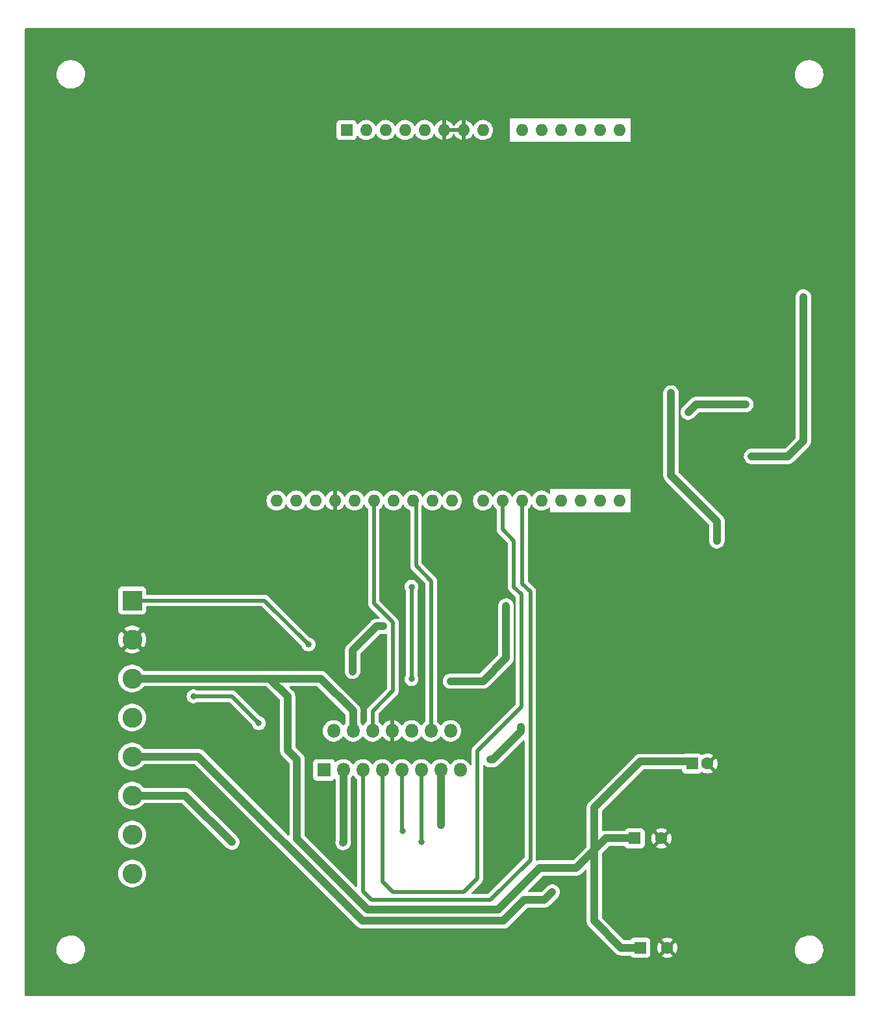
<source format=gbr>
%TF.GenerationSoftware,KiCad,Pcbnew,7.0.8*%
%TF.CreationDate,2024-03-10T19:24:50+01:00*%
%TF.ProjectId,Hacheur 4Q,48616368-6575-4722-9034-512e6b696361,rev?*%
%TF.SameCoordinates,Original*%
%TF.FileFunction,Copper,L2,Bot*%
%TF.FilePolarity,Positive*%
%FSLAX46Y46*%
G04 Gerber Fmt 4.6, Leading zero omitted, Abs format (unit mm)*
G04 Created by KiCad (PCBNEW 7.0.8) date 2024-03-10 19:24:50*
%MOMM*%
%LPD*%
G01*
G04 APERTURE LIST*
%TA.AperFunction,ComponentPad*%
%ADD10R,1.600000X1.600000*%
%TD*%
%TA.AperFunction,ComponentPad*%
%ADD11C,1.600000*%
%TD*%
%TA.AperFunction,ComponentPad*%
%ADD12R,2.600000X2.600000*%
%TD*%
%TA.AperFunction,ComponentPad*%
%ADD13C,2.600000*%
%TD*%
%TA.AperFunction,ComponentPad*%
%ADD14O,1.600000X1.600000*%
%TD*%
%TA.AperFunction,ComponentPad*%
%ADD15R,1.800000X1.800000*%
%TD*%
%TA.AperFunction,ComponentPad*%
%ADD16O,1.800000X1.800000*%
%TD*%
%TA.AperFunction,ViaPad*%
%ADD17C,0.800000*%
%TD*%
%TA.AperFunction,ViaPad*%
%ADD18C,0.600000*%
%TD*%
%TA.AperFunction,Conductor*%
%ADD19C,0.500000*%
%TD*%
%TA.AperFunction,Conductor*%
%ADD20C,1.000000*%
%TD*%
G04 APERTURE END LIST*
D10*
%TO.P,C2,1*%
%TO.N,+24V*%
X184500000Y-126500000D03*
D11*
%TO.P,C2,2*%
%TO.N,GND*%
X188000000Y-126500000D03*
%TD*%
D12*
%TO.P,J1,1,Pin_1*%
%TO.N,+5V*%
X119000000Y-95520000D03*
D13*
%TO.P,J1,2,Pin_2*%
%TO.N,GND*%
X119000000Y-100600000D03*
%TO.P,J1,3,Pin_3*%
%TO.N,+24V*%
X119000000Y-105680000D03*
%TO.P,J1,4,Pin_4*%
%TO.N,OUT4*%
X119000000Y-110760000D03*
%TO.P,J1,5,Pin_5*%
%TO.N,OUT3*%
X119000000Y-115840000D03*
%TO.P,J1,6,Pin_6*%
%TO.N,OUT2*%
X119000000Y-120920000D03*
%TO.P,J1,7,Pin_7*%
%TO.N,OUT1*%
X119000000Y-126000000D03*
%TO.P,J1,8,Pin_8*%
%TO.N,unconnected-(J1-Pin_8-Pad8)*%
X119000000Y-131080000D03*
%TD*%
D10*
%TO.P,A1,1,NC*%
%TO.N,unconnected-(A1-NC-Pad1)*%
X146960000Y-34250000D03*
D14*
%TO.P,A1,2,IOREF*%
%TO.N,unconnected-(A1-IOREF-Pad2)*%
X149500000Y-34250000D03*
%TO.P,A1,3,~{RESET}*%
%TO.N,unconnected-(A1-~{RESET}-Pad3)*%
X152040000Y-34250000D03*
%TO.P,A1,4,3V3*%
%TO.N,unconnected-(A1-3V3-Pad4)*%
X154580000Y-34250000D03*
%TO.P,A1,5,+5V*%
%TO.N,+5V*%
X157120000Y-34250000D03*
%TO.P,A1,6,GND*%
%TO.N,GND*%
X159660000Y-34250000D03*
%TO.P,A1,7,GND*%
X162200000Y-34250000D03*
%TO.P,A1,8,VIN*%
%TO.N,unconnected-(A1-VIN-Pad8)*%
X164740000Y-34250000D03*
%TO.P,A1,9,A0*%
%TO.N,unconnected-(A1-A0-Pad9)*%
X169820000Y-34250000D03*
%TO.P,A1,10,A1*%
%TO.N,unconnected-(A1-A1-Pad10)*%
X172360000Y-34250000D03*
%TO.P,A1,11,A2*%
%TO.N,unconnected-(A1-A2-Pad11)*%
X174900000Y-34250000D03*
%TO.P,A1,12,A3*%
%TO.N,unconnected-(A1-A3-Pad12)*%
X177440000Y-34250000D03*
%TO.P,A1,13,SDA/A4*%
%TO.N,unconnected-(A1-SDA{slash}A4-Pad13)*%
X179980000Y-34250000D03*
%TO.P,A1,14,SCL/A5*%
%TO.N,unconnected-(A1-SCL{slash}A5-Pad14)*%
X182520000Y-34250000D03*
%TO.P,A1,15,D0/RX*%
%TO.N,unconnected-(A1-D0{slash}RX-Pad15)*%
X182520000Y-82510000D03*
%TO.P,A1,16,D1/TX*%
%TO.N,unconnected-(A1-D1{slash}TX-Pad16)*%
X179980000Y-82510000D03*
%TO.P,A1,17,D2*%
%TO.N,unconnected-(A1-D2-Pad17)*%
X177440000Y-82510000D03*
%TO.P,A1,18,D3*%
%TO.N,unconnected-(A1-D3-Pad18)*%
X174900000Y-82510000D03*
%TO.P,A1,19,D4*%
%TO.N,unconnected-(A1-D4-Pad19)*%
X172360000Y-82510000D03*
%TO.P,A1,20,D5*%
%TO.N,PWM_1*%
X169820000Y-82510000D03*
%TO.P,A1,21,D6*%
%TO.N,PWM_2*%
X167280000Y-82510000D03*
%TO.P,A1,22,D7*%
%TO.N,unconnected-(A1-D7-Pad22)*%
X164740000Y-82510000D03*
%TO.P,A1,23,D8*%
%TO.N,unconnected-(A1-D8-Pad23)*%
X160680000Y-82510000D03*
%TO.P,A1,24,D9*%
%TO.N,PWM_3*%
X158140000Y-82510000D03*
%TO.P,A1,25,D10*%
%TO.N,PWM_4*%
X155600000Y-82510000D03*
%TO.P,A1,26,D11*%
%TO.N,unconnected-(A1-D11-Pad26)*%
X153060000Y-82510000D03*
%TO.P,A1,27,D12*%
%TO.N,Enable_A*%
X150520000Y-82510000D03*
%TO.P,A1,28,D13*%
%TO.N,Enable_B*%
X147980000Y-82510000D03*
%TO.P,A1,29,GND*%
%TO.N,GND*%
X145440000Y-82510000D03*
%TO.P,A1,30,AREF*%
%TO.N,unconnected-(A1-AREF-Pad30)*%
X142900000Y-82510000D03*
%TO.P,A1,31,SDA/A4*%
%TO.N,unconnected-(A1-SDA{slash}A4-Pad31)*%
X140360000Y-82510000D03*
%TO.P,A1,32,SCL/A5*%
%TO.N,unconnected-(A1-SCL{slash}A5-Pad32)*%
X137820000Y-82510000D03*
%TD*%
D15*
%TO.P,U1,1,SENSE_A*%
%TO.N,SENSE_A*%
X143990000Y-117580000D03*
D16*
%TO.P,U1,2,OUT1*%
%TO.N,OUT1*%
X145260000Y-112500000D03*
%TO.P,U1,3,OUT2*%
%TO.N,OUT2*%
X146530000Y-117580000D03*
%TO.P,U1,4,Vs*%
%TO.N,+24V*%
X147800000Y-112500000D03*
%TO.P,U1,5,IN1*%
%TO.N,PWM_1*%
X149070000Y-117580000D03*
%TO.P,U1,6,EnA*%
%TO.N,Enable_A*%
X150340000Y-112500000D03*
%TO.P,U1,7,IN2*%
%TO.N,PWM_2*%
X151610000Y-117580000D03*
%TO.P,U1,8,GND*%
%TO.N,GND*%
X152880000Y-112500000D03*
%TO.P,U1,9,Vss*%
%TO.N,+5V*%
X154150000Y-117580000D03*
%TO.P,U1,10,IN3*%
%TO.N,PWM_3*%
X155420000Y-112500000D03*
%TO.P,U1,11,EnB*%
%TO.N,Enable_B*%
X156690000Y-117580000D03*
%TO.P,U1,12,IN4*%
%TO.N,PWM_4*%
X157960000Y-112500000D03*
%TO.P,U1,13,OUT3*%
%TO.N,OUT3*%
X159230000Y-117580000D03*
%TO.P,U1,14,OUT4*%
%TO.N,OUT4*%
X160500000Y-112500000D03*
%TO.P,U1,15,SENSE_B*%
%TO.N,SENSE_B*%
X161770000Y-117580000D03*
%TD*%
D10*
%TO.P,C3,1*%
%TO.N,+24V*%
X185250000Y-140750000D03*
D11*
%TO.P,C3,2*%
%TO.N,GND*%
X188750000Y-140750000D03*
%TD*%
D10*
%TO.P,C1,1*%
%TO.N,+24V*%
X192000000Y-116750000D03*
D11*
%TO.P,C1,2*%
%TO.N,GND*%
X194000000Y-116750000D03*
%TD*%
D17*
%TO.N,+5V*%
X142000000Y-101250000D03*
X154250000Y-125500000D03*
D18*
%TO.N,GND*%
X205750000Y-92500000D03*
D17*
X204500000Y-70250000D03*
X197000000Y-76250000D03*
D18*
X148000000Y-120000000D03*
D17*
X163000000Y-100500000D03*
D18*
X137500000Y-108250000D03*
X197750000Y-114750000D03*
D17*
X166750000Y-129750000D03*
D18*
X212250000Y-89250000D03*
X153000000Y-110250000D03*
D17*
%TO.N,PWM_3*%
X155420000Y-105750000D03*
X155420000Y-93750000D03*
%TO.N,Enable_B*%
X135500000Y-111500000D03*
X127000000Y-108000000D03*
X156690000Y-127000000D03*
%TO.N,OUT1*%
X151750000Y-98900000D03*
X191500000Y-71000000D03*
X147750000Y-104750000D03*
X199000000Y-70000000D03*
%TO.N,OUT2*%
X132000000Y-127000000D03*
X146530000Y-127000000D03*
D18*
%TO.N,OUT3*%
X159250000Y-124750000D03*
D17*
X199750000Y-76750000D03*
X206500000Y-56000000D03*
X173750000Y-133500000D03*
%TO.N,OUT4*%
X195250000Y-87750000D03*
X160519927Y-106019927D03*
X167750000Y-101000000D03*
X167750000Y-96250000D03*
D18*
X189250000Y-68500000D03*
D17*
%TO.N,SENSE_B*%
X165650000Y-116250500D03*
X169750000Y-112000000D03*
%TD*%
D19*
%TO.N,+5V*%
X142000000Y-101250000D02*
X136270000Y-95520000D01*
X136270000Y-95520000D02*
X119000000Y-95520000D01*
X154150000Y-125400000D02*
X154150000Y-117580000D01*
X154250000Y-125500000D02*
X154150000Y-125400000D01*
%TO.N,PWM_1*%
X150181980Y-134500000D02*
X165709440Y-134500000D01*
X170900000Y-94400000D02*
X169820000Y-93320000D01*
X170900000Y-129309440D02*
X170900000Y-94400000D01*
X165709440Y-134500000D02*
X170900000Y-129309440D01*
X149070000Y-133388020D02*
X150181980Y-134500000D01*
X149070000Y-117580000D02*
X149070000Y-133388020D01*
X169820000Y-93320000D02*
X169820000Y-82510000D01*
%TO.N,PWM_2*%
X151610000Y-132110000D02*
X153000000Y-133500000D01*
X169750000Y-94750000D02*
X168750000Y-93750000D01*
X167000000Y-82790000D02*
X167280000Y-82510000D01*
X162250000Y-133500000D02*
X164000000Y-131750000D01*
X169750000Y-109373654D02*
X169750000Y-94750000D01*
X167280000Y-86280000D02*
X167280000Y-82510000D01*
X168750000Y-87750000D02*
X167280000Y-86280000D01*
X168750000Y-93750000D02*
X168750000Y-87750000D01*
X153000000Y-133500000D02*
X162250000Y-133500000D01*
X164000000Y-115123654D02*
X169750000Y-109373654D01*
X164000000Y-131750000D02*
X164000000Y-115123654D01*
X151610000Y-117580000D02*
X151610000Y-132110000D01*
%TO.N,PWM_3*%
X155420000Y-93750000D02*
X155420000Y-105750000D01*
%TO.N,PWM_4*%
X157960000Y-109000000D02*
X157960000Y-112500000D01*
X156000000Y-82910000D02*
X156000000Y-91000000D01*
X158000000Y-93000000D02*
X158000000Y-105000000D01*
X157960000Y-105040000D02*
X157960000Y-109000000D01*
X156000000Y-91000000D02*
X158000000Y-93000000D01*
X155600000Y-82510000D02*
X156000000Y-82910000D01*
%TO.N,Enable_A*%
X150500000Y-82530000D02*
X150520000Y-82510000D01*
X153000000Y-107250000D02*
X153000000Y-98382233D01*
X150340000Y-109910000D02*
X153000000Y-107250000D01*
X150340000Y-112500000D02*
X150340000Y-109910000D01*
X150500000Y-95882233D02*
X150500000Y-82530000D01*
X153000000Y-98382233D02*
X150500000Y-95882233D01*
%TO.N,Enable_B*%
X132000000Y-108000000D02*
X127000000Y-108000000D01*
X135500000Y-111500000D02*
X132000000Y-108000000D01*
X156690000Y-127000000D02*
X156690000Y-117580000D01*
D20*
%TO.N,+24V*%
X172150000Y-130350000D02*
X176900000Y-130350000D01*
X140500000Y-126585786D02*
X149664214Y-135750000D01*
X149664214Y-135750000D02*
X165873654Y-135750000D01*
X166750000Y-135750000D02*
X172150000Y-130350000D01*
X182750000Y-140750000D02*
X185250000Y-140750000D01*
X136930000Y-105680000D02*
X139250000Y-108000000D01*
X180750000Y-126500000D02*
X184500000Y-126500000D01*
X176900000Y-130350000D02*
X179250000Y-128000000D01*
X179250000Y-122500000D02*
X179250000Y-137250000D01*
X139250000Y-115000000D02*
X140500000Y-116250000D01*
X179250000Y-137250000D02*
X182750000Y-140750000D01*
X147800000Y-109900000D02*
X147800000Y-112500000D01*
X140500000Y-116250000D02*
X140500000Y-126585786D01*
X143580000Y-105680000D02*
X147800000Y-109900000D01*
X179250000Y-128000000D02*
X180750000Y-126500000D01*
X165873654Y-135750000D02*
X166750000Y-135750000D01*
X140250000Y-105680000D02*
X143580000Y-105680000D01*
X139250000Y-108000000D02*
X139250000Y-115000000D01*
X185250000Y-116500000D02*
X179250000Y-122500000D01*
X136930000Y-105680000D02*
X140250000Y-105680000D01*
X119000000Y-105680000D02*
X136930000Y-105680000D01*
X191250000Y-116500000D02*
X185250000Y-116500000D01*
%TO.N,OUT1*%
X192500000Y-70000000D02*
X191500000Y-71000000D01*
X199000000Y-70000000D02*
X192500000Y-70000000D01*
X151750000Y-98900000D02*
X150850000Y-98900000D01*
X150850000Y-98900000D02*
X147750000Y-102000000D01*
X147750000Y-104750000D02*
X147750000Y-102000000D01*
%TO.N,OUT2*%
X125920000Y-120920000D02*
X119000000Y-120920000D01*
X146530000Y-127000000D02*
X146500000Y-127030000D01*
X146530000Y-127000000D02*
X146530000Y-117580000D01*
X132000000Y-127000000D02*
X125920000Y-120920000D01*
%TO.N,OUT3*%
X172750000Y-134500000D02*
X170121320Y-134500000D01*
X170121320Y-134500000D02*
X167371320Y-137250000D01*
X127632894Y-115840000D02*
X119000000Y-115840000D01*
X173750000Y-133500000D02*
X172750000Y-134500000D01*
X204500000Y-76750000D02*
X206500000Y-74750000D01*
D19*
X159230000Y-124730000D02*
X159250000Y-124750000D01*
D20*
X159230000Y-117580000D02*
X159230000Y-124730000D01*
X206500000Y-74750000D02*
X206500000Y-56000000D01*
X149042894Y-137250000D02*
X127632894Y-115840000D01*
X199750000Y-76750000D02*
X204500000Y-76750000D01*
X167371320Y-137250000D02*
X149042894Y-137250000D01*
%TO.N,OUT4*%
X167750000Y-101100500D02*
X167750000Y-103000000D01*
X167750000Y-103000000D02*
X164730073Y-106019927D01*
X164730073Y-106019927D02*
X160519927Y-106019927D01*
X195250000Y-87750000D02*
X195250000Y-85250000D01*
X167750000Y-101000000D02*
X167750000Y-96250000D01*
D19*
X167750000Y-101100500D02*
X167750000Y-101000000D01*
D20*
X195250000Y-85250000D02*
X189250000Y-79250000D01*
X189250000Y-79250000D02*
X189250000Y-68500000D01*
D19*
X189250000Y-68500000D02*
X189250000Y-68750000D01*
X160519927Y-106019927D02*
X160519927Y-105980073D01*
D20*
%TO.N,SENSE_B*%
X165650000Y-116250500D02*
X165999500Y-116250500D01*
X169650000Y-112600000D02*
X169650000Y-112000000D01*
X165999500Y-116250500D02*
X169650000Y-112600000D01*
%TD*%
%TA.AperFunction,Conductor*%
%TO.N,GND*%
G36*
X170068834Y-113698600D02*
G01*
X170124767Y-113740472D01*
X170149184Y-113805936D01*
X170149500Y-113814782D01*
X170149500Y-128947210D01*
X170129815Y-129014249D01*
X170113181Y-129034891D01*
X165434891Y-133713181D01*
X165373568Y-133746666D01*
X165347210Y-133749500D01*
X163361230Y-133749500D01*
X163294191Y-133729815D01*
X163248436Y-133677011D01*
X163238492Y-133607853D01*
X163267517Y-133544297D01*
X163273549Y-133537819D01*
X163538701Y-133272667D01*
X164485642Y-132325724D01*
X164499271Y-132313947D01*
X164518530Y-132299610D01*
X164540618Y-132273286D01*
X164552101Y-132259601D01*
X164555761Y-132255606D01*
X164561590Y-132249778D01*
X164581941Y-132224039D01*
X164613629Y-132186275D01*
X164631302Y-132165214D01*
X164631306Y-132165205D01*
X164635274Y-132159175D01*
X164635325Y-132159208D01*
X164639372Y-132152856D01*
X164639320Y-132152824D01*
X164643112Y-132146675D01*
X164675575Y-132077058D01*
X164710036Y-132008440D01*
X164710040Y-132008433D01*
X164710042Y-132008421D01*
X164712509Y-132001646D01*
X164712567Y-132001667D01*
X164715043Y-131994546D01*
X164714986Y-131994527D01*
X164717255Y-131987680D01*
X164717256Y-131987675D01*
X164717257Y-131987673D01*
X164732791Y-131912437D01*
X164750500Y-131837721D01*
X164750500Y-131837719D01*
X164751339Y-131830548D01*
X164751398Y-131830554D01*
X164752164Y-131823054D01*
X164752105Y-131823049D01*
X164752734Y-131815859D01*
X164750500Y-131739082D01*
X164750500Y-117066828D01*
X164770185Y-116999789D01*
X164822989Y-116954034D01*
X164892147Y-116944090D01*
X164955703Y-116973115D01*
X164964356Y-116981378D01*
X164994941Y-117013553D01*
X165087019Y-117077641D01*
X165161949Y-117129794D01*
X165161950Y-117129794D01*
X165161951Y-117129795D01*
X165348942Y-117210040D01*
X165548259Y-117251000D01*
X165986784Y-117251000D01*
X166075858Y-117253257D01*
X166075858Y-117253256D01*
X166075863Y-117253257D01*
X166136253Y-117242432D01*
X166140912Y-117241780D01*
X166183107Y-117237488D01*
X166201938Y-117235574D01*
X166234727Y-117225286D01*
X166242340Y-117223418D01*
X166276153Y-117217358D01*
X166333121Y-117194601D01*
X166337553Y-117193024D01*
X166396088Y-117174659D01*
X166426127Y-117157984D01*
X166433208Y-117154622D01*
X166465117Y-117141877D01*
X166516354Y-117108108D01*
X166520351Y-117105687D01*
X166574002Y-117075909D01*
X166600068Y-117053530D01*
X166606343Y-117048800D01*
X166635019Y-117029902D01*
X166678417Y-116986502D01*
X166681836Y-116983334D01*
X166728395Y-116943366D01*
X166749431Y-116916188D01*
X166754601Y-116910318D01*
X169937821Y-113727099D01*
X169999142Y-113693616D01*
X170068834Y-113698600D01*
G37*
%TD.AperFunction*%
%TA.AperFunction,Conductor*%
G36*
X154397865Y-83053348D02*
G01*
X154442382Y-83104725D01*
X154469429Y-83162728D01*
X154469432Y-83162734D01*
X154599954Y-83349141D01*
X154760858Y-83510045D01*
X154760861Y-83510047D01*
X154947266Y-83640568D01*
X155153504Y-83736739D01*
X155157586Y-83737832D01*
X155217248Y-83774192D01*
X155247782Y-83837037D01*
X155249500Y-83857609D01*
X155249500Y-90936294D01*
X155248191Y-90954263D01*
X155244710Y-90978025D01*
X155249264Y-91030064D01*
X155249500Y-91035470D01*
X155249500Y-91043709D01*
X155253306Y-91076274D01*
X155260000Y-91152791D01*
X155261461Y-91159867D01*
X155261403Y-91159878D01*
X155263034Y-91167237D01*
X155263092Y-91167224D01*
X155264757Y-91174250D01*
X155291025Y-91246424D01*
X155315185Y-91319331D01*
X155318236Y-91325874D01*
X155318182Y-91325898D01*
X155321470Y-91332688D01*
X155321521Y-91332663D01*
X155324761Y-91339113D01*
X155324762Y-91339114D01*
X155324763Y-91339117D01*
X155366965Y-91403283D01*
X155407287Y-91468655D01*
X155411766Y-91474319D01*
X155411719Y-91474356D01*
X155416482Y-91480202D01*
X155416528Y-91480164D01*
X155421173Y-91485700D01*
X155477018Y-91538386D01*
X157213181Y-93274548D01*
X157246666Y-93335871D01*
X157249500Y-93362229D01*
X157249500Y-104769011D01*
X157246158Y-104797607D01*
X157233328Y-104851741D01*
X157217874Y-104916949D01*
X157209500Y-104952280D01*
X157209500Y-111248801D01*
X157189815Y-111315840D01*
X157161663Y-111346654D01*
X157008218Y-111466085D01*
X156851016Y-111636852D01*
X156793809Y-111724416D01*
X156740662Y-111769773D01*
X156671431Y-111779197D01*
X156608095Y-111749695D01*
X156586191Y-111724416D01*
X156528983Y-111636852D01*
X156528980Y-111636849D01*
X156528979Y-111636847D01*
X156371784Y-111466087D01*
X156371779Y-111466083D01*
X156371777Y-111466081D01*
X156188634Y-111323535D01*
X156188628Y-111323531D01*
X155984504Y-111213064D01*
X155984495Y-111213061D01*
X155764984Y-111137702D01*
X155593282Y-111109050D01*
X155536049Y-111099500D01*
X155303951Y-111099500D01*
X155258164Y-111107140D01*
X155075015Y-111137702D01*
X154855504Y-111213061D01*
X154855495Y-111213064D01*
X154651371Y-111323531D01*
X154651365Y-111323535D01*
X154468222Y-111466081D01*
X154468219Y-111466084D01*
X154468216Y-111466086D01*
X154468216Y-111466087D01*
X154397049Y-111543396D01*
X154311015Y-111636854D01*
X154253509Y-111724874D01*
X154200363Y-111770230D01*
X154131132Y-111779654D01*
X154067796Y-111750152D01*
X154045892Y-111724873D01*
X153988585Y-111637157D01*
X153831441Y-111466454D01*
X153831437Y-111466451D01*
X153648355Y-111323952D01*
X153648351Y-111323949D01*
X153444302Y-111213523D01*
X153444293Y-111213520D01*
X153224861Y-111138188D01*
X153130000Y-111122359D01*
X153130000Y-112064498D01*
X153022315Y-112015320D01*
X152915763Y-112000000D01*
X152844237Y-112000000D01*
X152737685Y-112015320D01*
X152630000Y-112064498D01*
X152630000Y-111122359D01*
X152629999Y-111122359D01*
X152535138Y-111138188D01*
X152315706Y-111213520D01*
X152315697Y-111213523D01*
X152111648Y-111323949D01*
X152111644Y-111323952D01*
X151928562Y-111466451D01*
X151928558Y-111466454D01*
X151771413Y-111637159D01*
X151714106Y-111724874D01*
X151660960Y-111770231D01*
X151591728Y-111779654D01*
X151528393Y-111750152D01*
X151506489Y-111724873D01*
X151506190Y-111724416D01*
X151473394Y-111674217D01*
X151448983Y-111636852D01*
X151448980Y-111636849D01*
X151448979Y-111636847D01*
X151291784Y-111466087D01*
X151250268Y-111433774D01*
X151138337Y-111346654D01*
X151097524Y-111289944D01*
X151090500Y-111248801D01*
X151090500Y-110272229D01*
X151110185Y-110205190D01*
X151126814Y-110184553D01*
X153485642Y-107825724D01*
X153499271Y-107813947D01*
X153518530Y-107799610D01*
X153552101Y-107759601D01*
X153555761Y-107755606D01*
X153561590Y-107749778D01*
X153581941Y-107724039D01*
X153587948Y-107716879D01*
X153631302Y-107665214D01*
X153631306Y-107665205D01*
X153635274Y-107659175D01*
X153635325Y-107659208D01*
X153639372Y-107652856D01*
X153639320Y-107652824D01*
X153643112Y-107646675D01*
X153675575Y-107577058D01*
X153697009Y-107534380D01*
X153710040Y-107508433D01*
X153710042Y-107508421D01*
X153712509Y-107501646D01*
X153712567Y-107501667D01*
X153715043Y-107494546D01*
X153714986Y-107494527D01*
X153717255Y-107487678D01*
X153717255Y-107487676D01*
X153717257Y-107487673D01*
X153732788Y-107412449D01*
X153750500Y-107337721D01*
X153750500Y-107337718D01*
X153751339Y-107330548D01*
X153751397Y-107330554D01*
X153752164Y-107323056D01*
X153752104Y-107323051D01*
X153752733Y-107315860D01*
X153751979Y-107289959D01*
X153750500Y-107239102D01*
X153750500Y-105750000D01*
X154514540Y-105750000D01*
X154534326Y-105938256D01*
X154534327Y-105938259D01*
X154592818Y-106118277D01*
X154592821Y-106118284D01*
X154687467Y-106282216D01*
X154814129Y-106422888D01*
X154967265Y-106534148D01*
X154967270Y-106534151D01*
X155140192Y-106611142D01*
X155140197Y-106611144D01*
X155325354Y-106650500D01*
X155325355Y-106650500D01*
X155514644Y-106650500D01*
X155514646Y-106650500D01*
X155699803Y-106611144D01*
X155872730Y-106534151D01*
X156025871Y-106422888D01*
X156152533Y-106282216D01*
X156247179Y-106118284D01*
X156305674Y-105938256D01*
X156325460Y-105750000D01*
X156305674Y-105561744D01*
X156247179Y-105381716D01*
X156187113Y-105277677D01*
X156170500Y-105215677D01*
X156170500Y-94284321D01*
X156187113Y-94222321D01*
X156216088Y-94172135D01*
X156247179Y-94118284D01*
X156305674Y-93938256D01*
X156325460Y-93750000D01*
X156305674Y-93561744D01*
X156247179Y-93381716D01*
X156152533Y-93217784D01*
X156025871Y-93077112D01*
X156007418Y-93063705D01*
X155872734Y-92965851D01*
X155872729Y-92965848D01*
X155699807Y-92888857D01*
X155699802Y-92888855D01*
X155554001Y-92857865D01*
X155514646Y-92849500D01*
X155325354Y-92849500D01*
X155292897Y-92856398D01*
X155140197Y-92888855D01*
X155140192Y-92888857D01*
X154967270Y-92965848D01*
X154967265Y-92965851D01*
X154814129Y-93077111D01*
X154687466Y-93217785D01*
X154592821Y-93381715D01*
X154592818Y-93381722D01*
X154534327Y-93561740D01*
X154534326Y-93561744D01*
X154514540Y-93750000D01*
X154534326Y-93938256D01*
X154534327Y-93938259D01*
X154592818Y-94118277D01*
X154592821Y-94118284D01*
X154623908Y-94172129D01*
X154652887Y-94222321D01*
X154669500Y-94284321D01*
X154669500Y-105215677D01*
X154652887Y-105277677D01*
X154592821Y-105381714D01*
X154539684Y-105545254D01*
X154534326Y-105561744D01*
X154514540Y-105750000D01*
X153750500Y-105750000D01*
X153750500Y-98445938D01*
X153751809Y-98427968D01*
X153752129Y-98425780D01*
X153755289Y-98404210D01*
X153750735Y-98352164D01*
X153750500Y-98346761D01*
X153750500Y-98338530D01*
X153750500Y-98338524D01*
X153746693Y-98305957D01*
X153740940Y-98240192D01*
X153739999Y-98229434D01*
X153738539Y-98222362D01*
X153738597Y-98222349D01*
X153736965Y-98214990D01*
X153736906Y-98215005D01*
X153735242Y-98207986D01*
X153735241Y-98207978D01*
X153708974Y-98135809D01*
X153684814Y-98062899D01*
X153684809Y-98062892D01*
X153681760Y-98056351D01*
X153681815Y-98056324D01*
X153678533Y-98049546D01*
X153678480Y-98049573D01*
X153675235Y-98043113D01*
X153633028Y-97978941D01*
X153601041Y-97927082D01*
X153592712Y-97913578D01*
X153592711Y-97913577D01*
X153592710Y-97913575D01*
X153588234Y-97907915D01*
X153588281Y-97907877D01*
X153583519Y-97902032D01*
X153583474Y-97902071D01*
X153578834Y-97896541D01*
X153522964Y-97843829D01*
X151286819Y-95607684D01*
X151253334Y-95546361D01*
X151250500Y-95520003D01*
X151250500Y-83650666D01*
X151270185Y-83583627D01*
X151303375Y-83549092D01*
X151359139Y-83510047D01*
X151520047Y-83349139D01*
X151650568Y-83162734D01*
X151677618Y-83104724D01*
X151723790Y-83052285D01*
X151790983Y-83033133D01*
X151857865Y-83053348D01*
X151902382Y-83104725D01*
X151929429Y-83162728D01*
X151929432Y-83162734D01*
X152059954Y-83349141D01*
X152220858Y-83510045D01*
X152220861Y-83510047D01*
X152407266Y-83640568D01*
X152613504Y-83736739D01*
X152833308Y-83795635D01*
X152995230Y-83809801D01*
X153059998Y-83815468D01*
X153060000Y-83815468D01*
X153060002Y-83815468D01*
X153116673Y-83810509D01*
X153286692Y-83795635D01*
X153506496Y-83736739D01*
X153712734Y-83640568D01*
X153899139Y-83510047D01*
X154060047Y-83349139D01*
X154190568Y-83162734D01*
X154217618Y-83104724D01*
X154263790Y-83052285D01*
X154330983Y-83033133D01*
X154397865Y-83053348D01*
G37*
%TD.AperFunction*%
%TA.AperFunction,Conductor*%
G36*
X161740507Y-34040156D02*
G01*
X161700000Y-34178111D01*
X161700000Y-34321889D01*
X161740507Y-34459844D01*
X161766314Y-34500000D01*
X160093686Y-34500000D01*
X160119493Y-34459844D01*
X160160000Y-34321889D01*
X160160000Y-34178111D01*
X160119493Y-34040156D01*
X160093686Y-34000000D01*
X161766314Y-34000000D01*
X161740507Y-34040156D01*
G37*
%TD.AperFunction*%
%TA.AperFunction,Conductor*%
G36*
X213192539Y-21020185D02*
G01*
X213238294Y-21072989D01*
X213249500Y-21124500D01*
X213249500Y-146875500D01*
X213229815Y-146942539D01*
X213177011Y-146988294D01*
X213125500Y-146999500D01*
X105124500Y-146999500D01*
X105057461Y-146979815D01*
X105011706Y-146927011D01*
X105000500Y-146875500D01*
X105000500Y-141067763D01*
X109145787Y-141067763D01*
X109175413Y-141337013D01*
X109175415Y-141337024D01*
X109243608Y-141597864D01*
X109243928Y-141599088D01*
X109349870Y-141848390D01*
X109438611Y-141993797D01*
X109490979Y-142079605D01*
X109490986Y-142079615D01*
X109664253Y-142287819D01*
X109664259Y-142287824D01*
X109865998Y-142468582D01*
X110091910Y-142618044D01*
X110337176Y-142733020D01*
X110337183Y-142733022D01*
X110337185Y-142733023D01*
X110596557Y-142811057D01*
X110596564Y-142811058D01*
X110596569Y-142811060D01*
X110864561Y-142850500D01*
X110864566Y-142850500D01*
X111067636Y-142850500D01*
X111119133Y-142846730D01*
X111270156Y-142835677D01*
X111382758Y-142810593D01*
X111534546Y-142776782D01*
X111534548Y-142776781D01*
X111534553Y-142776780D01*
X111787558Y-142680014D01*
X112023777Y-142547441D01*
X112238177Y-142381888D01*
X112426186Y-142186881D01*
X112583799Y-141966579D01*
X112673386Y-141792331D01*
X112707649Y-141725690D01*
X112707651Y-141725684D01*
X112707656Y-141725675D01*
X112795118Y-141469305D01*
X112844319Y-141202933D01*
X112854212Y-140932235D01*
X112824586Y-140662982D01*
X112756072Y-140400912D01*
X112650130Y-140151610D01*
X112509018Y-139920390D01*
X112419747Y-139813119D01*
X112335746Y-139712180D01*
X112335740Y-139712175D01*
X112134002Y-139531418D01*
X111908092Y-139381957D01*
X111908090Y-139381956D01*
X111662824Y-139266980D01*
X111662819Y-139266978D01*
X111662814Y-139266976D01*
X111403442Y-139188942D01*
X111403428Y-139188939D01*
X111287791Y-139171921D01*
X111135439Y-139149500D01*
X110932369Y-139149500D01*
X110932364Y-139149500D01*
X110729844Y-139164323D01*
X110729831Y-139164325D01*
X110465453Y-139223217D01*
X110465446Y-139223220D01*
X110212439Y-139319987D01*
X109976226Y-139452557D01*
X109761822Y-139618112D01*
X109573822Y-139813109D01*
X109573816Y-139813116D01*
X109416202Y-140033419D01*
X109416199Y-140033424D01*
X109292350Y-140274309D01*
X109292343Y-140274327D01*
X109204884Y-140530685D01*
X109204881Y-140530699D01*
X109155681Y-140797068D01*
X109155680Y-140797075D01*
X109145787Y-141067763D01*
X105000500Y-141067763D01*
X105000500Y-131080004D01*
X117194451Y-131080004D01*
X117214616Y-131349101D01*
X117274664Y-131612188D01*
X117274666Y-131612195D01*
X117363178Y-131837719D01*
X117373257Y-131863398D01*
X117508185Y-132097102D01*
X117609414Y-132224039D01*
X117676442Y-132308089D01*
X117828431Y-132449113D01*
X117874259Y-132491635D01*
X118097226Y-132643651D01*
X118340359Y-132760738D01*
X118598228Y-132840280D01*
X118598229Y-132840280D01*
X118598232Y-132840281D01*
X118865063Y-132880499D01*
X118865068Y-132880499D01*
X118865071Y-132880500D01*
X118865072Y-132880500D01*
X119134928Y-132880500D01*
X119134929Y-132880500D01*
X119134936Y-132880499D01*
X119401767Y-132840281D01*
X119401768Y-132840280D01*
X119401772Y-132840280D01*
X119659641Y-132760738D01*
X119902775Y-132643651D01*
X120125741Y-132491635D01*
X120311431Y-132319340D01*
X120323557Y-132308089D01*
X120323557Y-132308087D01*
X120323561Y-132308085D01*
X120491815Y-132097102D01*
X120626743Y-131863398D01*
X120725334Y-131612195D01*
X120785383Y-131349103D01*
X120793456Y-131241376D01*
X120805549Y-131080004D01*
X120805549Y-131079995D01*
X120785383Y-130810898D01*
X120761426Y-130705936D01*
X120725334Y-130547805D01*
X120626743Y-130296602D01*
X120491815Y-130062898D01*
X120323561Y-129851915D01*
X120323560Y-129851914D01*
X120323557Y-129851910D01*
X120125741Y-129668365D01*
X119902775Y-129516349D01*
X119902769Y-129516346D01*
X119902768Y-129516345D01*
X119902767Y-129516344D01*
X119659643Y-129399263D01*
X119659645Y-129399263D01*
X119401773Y-129319720D01*
X119401767Y-129319718D01*
X119134936Y-129279500D01*
X119134929Y-129279500D01*
X118865071Y-129279500D01*
X118865063Y-129279500D01*
X118598232Y-129319718D01*
X118598226Y-129319720D01*
X118340358Y-129399262D01*
X118097230Y-129516346D01*
X117874258Y-129668365D01*
X117676442Y-129851910D01*
X117508185Y-130062898D01*
X117373258Y-130296599D01*
X117373256Y-130296603D01*
X117274666Y-130547804D01*
X117274664Y-130547811D01*
X117214616Y-130810898D01*
X117194451Y-131079995D01*
X117194451Y-131080004D01*
X105000500Y-131080004D01*
X105000500Y-126000004D01*
X117194451Y-126000004D01*
X117214616Y-126269101D01*
X117274664Y-126532188D01*
X117274666Y-126532195D01*
X117373256Y-126783396D01*
X117373258Y-126783400D01*
X117401770Y-126832784D01*
X117508185Y-127017102D01*
X117602516Y-127135389D01*
X117676442Y-127228089D01*
X117832668Y-127373044D01*
X117874259Y-127411635D01*
X118097226Y-127563651D01*
X118340359Y-127680738D01*
X118598228Y-127760280D01*
X118598229Y-127760280D01*
X118598232Y-127760281D01*
X118865063Y-127800499D01*
X118865068Y-127800499D01*
X118865071Y-127800500D01*
X118865072Y-127800500D01*
X119134928Y-127800500D01*
X119134929Y-127800500D01*
X119134936Y-127800499D01*
X119401767Y-127760281D01*
X119401768Y-127760280D01*
X119401772Y-127760280D01*
X119659641Y-127680738D01*
X119857239Y-127585580D01*
X119902767Y-127563655D01*
X119902767Y-127563654D01*
X119902775Y-127563651D01*
X120125741Y-127411635D01*
X120279259Y-127269190D01*
X120323557Y-127228089D01*
X120323557Y-127228087D01*
X120323561Y-127228085D01*
X120491815Y-127017102D01*
X120626743Y-126783398D01*
X120725334Y-126532195D01*
X120785383Y-126269103D01*
X120805549Y-126000000D01*
X120795678Y-125868284D01*
X120785383Y-125730898D01*
X120779143Y-125703557D01*
X120725334Y-125467805D01*
X120626743Y-125216602D01*
X120491815Y-124982898D01*
X120323561Y-124771915D01*
X120323560Y-124771914D01*
X120323557Y-124771910D01*
X120125741Y-124588365D01*
X119902775Y-124436349D01*
X119902769Y-124436346D01*
X119902768Y-124436345D01*
X119902767Y-124436344D01*
X119659643Y-124319263D01*
X119659645Y-124319263D01*
X119401773Y-124239720D01*
X119401767Y-124239718D01*
X119134936Y-124199500D01*
X119134929Y-124199500D01*
X118865071Y-124199500D01*
X118865063Y-124199500D01*
X118598232Y-124239718D01*
X118598226Y-124239720D01*
X118340358Y-124319262D01*
X118097230Y-124436346D01*
X117874258Y-124588365D01*
X117676442Y-124771910D01*
X117508185Y-124982898D01*
X117373258Y-125216599D01*
X117373256Y-125216603D01*
X117274666Y-125467804D01*
X117274664Y-125467811D01*
X117214616Y-125730898D01*
X117194451Y-125999995D01*
X117194451Y-126000004D01*
X105000500Y-126000004D01*
X105000500Y-120920004D01*
X117194451Y-120920004D01*
X117214616Y-121189101D01*
X117274664Y-121452188D01*
X117274666Y-121452195D01*
X117373257Y-121703398D01*
X117508185Y-121937102D01*
X117567878Y-122011954D01*
X117676442Y-122148089D01*
X117800929Y-122263595D01*
X117874259Y-122331635D01*
X118097226Y-122483651D01*
X118340359Y-122600738D01*
X118598228Y-122680280D01*
X118598229Y-122680280D01*
X118598232Y-122680281D01*
X118865063Y-122720499D01*
X118865068Y-122720499D01*
X118865071Y-122720500D01*
X118865072Y-122720500D01*
X119134928Y-122720500D01*
X119134929Y-122720500D01*
X119134936Y-122720499D01*
X119401767Y-122680281D01*
X119401768Y-122680280D01*
X119401772Y-122680280D01*
X119659641Y-122600738D01*
X119902775Y-122483651D01*
X120125741Y-122331635D01*
X120323561Y-122148085D01*
X120467823Y-121967187D01*
X120525012Y-121927047D01*
X120564770Y-121920500D01*
X125454217Y-121920500D01*
X125521256Y-121940185D01*
X125541898Y-121956819D01*
X131328419Y-127743340D01*
X131446592Y-127839697D01*
X131626951Y-127933909D01*
X131822582Y-127989886D01*
X132011117Y-128004243D01*
X132025475Y-128005337D01*
X132025476Y-128005337D01*
X132025477Y-128005337D01*
X132227320Y-127979631D01*
X132227320Y-127979630D01*
X132227327Y-127979630D01*
X132419872Y-127913816D01*
X132595227Y-127810590D01*
X132746213Y-127674179D01*
X132866649Y-127510167D01*
X132951605Y-127325268D01*
X132957223Y-127301061D01*
X132997602Y-127127053D01*
X132998243Y-127101741D01*
X133002756Y-126923636D01*
X132974760Y-126767435D01*
X132966859Y-126723350D01*
X132966857Y-126723345D01*
X132930256Y-126631716D01*
X132891377Y-126534383D01*
X132891372Y-126534376D01*
X132891370Y-126534371D01*
X132779403Y-126364482D01*
X132779400Y-126364478D01*
X126636452Y-120221532D01*
X126575061Y-120156949D01*
X126575060Y-120156948D01*
X126575059Y-120156947D01*
X126545824Y-120136599D01*
X126524709Y-120121902D01*
X126520946Y-120119064D01*
X126473413Y-120080305D01*
X126473406Y-120080300D01*
X126442959Y-120064397D01*
X126436251Y-120060334D01*
X126408049Y-120040705D01*
X126408046Y-120040703D01*
X126408045Y-120040703D01*
X126408041Y-120040701D01*
X126351680Y-120016514D01*
X126347424Y-120014493D01*
X126293057Y-119986094D01*
X126293050Y-119986091D01*
X126293049Y-119986091D01*
X126287008Y-119984362D01*
X126260030Y-119976642D01*
X126252630Y-119974008D01*
X126221057Y-119960459D01*
X126221058Y-119960459D01*
X126160966Y-119948109D01*
X126156391Y-119946986D01*
X126097420Y-119930113D01*
X126097425Y-119930113D01*
X126063158Y-119927503D01*
X126055380Y-119926412D01*
X126021742Y-119919500D01*
X126021741Y-119919500D01*
X125960402Y-119919500D01*
X125955695Y-119919321D01*
X125950121Y-119918896D01*
X125894524Y-119914662D01*
X125874589Y-119917201D01*
X125860440Y-119919003D01*
X125852611Y-119919500D01*
X120564770Y-119919500D01*
X120497731Y-119899815D01*
X120467823Y-119872813D01*
X120323557Y-119691910D01*
X120125741Y-119508365D01*
X119902775Y-119356349D01*
X119902769Y-119356346D01*
X119902768Y-119356345D01*
X119902767Y-119356344D01*
X119659643Y-119239263D01*
X119659645Y-119239263D01*
X119401773Y-119159720D01*
X119401767Y-119159718D01*
X119134936Y-119119500D01*
X119134929Y-119119500D01*
X118865071Y-119119500D01*
X118865063Y-119119500D01*
X118598232Y-119159718D01*
X118598226Y-119159720D01*
X118340358Y-119239262D01*
X118097230Y-119356346D01*
X117874258Y-119508365D01*
X117676442Y-119691910D01*
X117508185Y-119902898D01*
X117373258Y-120136599D01*
X117373256Y-120136603D01*
X117274666Y-120387804D01*
X117274664Y-120387811D01*
X117214616Y-120650898D01*
X117194451Y-120919995D01*
X117194451Y-120920004D01*
X105000500Y-120920004D01*
X105000500Y-115840004D01*
X117194451Y-115840004D01*
X117214616Y-116109101D01*
X117274664Y-116372188D01*
X117274666Y-116372195D01*
X117360599Y-116591148D01*
X117373257Y-116623398D01*
X117508185Y-116857102D01*
X117610067Y-116984857D01*
X117676442Y-117068089D01*
X117811091Y-117193024D01*
X117874259Y-117251635D01*
X118097226Y-117403651D01*
X118340359Y-117520738D01*
X118598228Y-117600280D01*
X118598229Y-117600280D01*
X118598232Y-117600281D01*
X118865063Y-117640499D01*
X118865068Y-117640499D01*
X118865071Y-117640500D01*
X118865072Y-117640500D01*
X119134928Y-117640500D01*
X119134929Y-117640500D01*
X119134936Y-117640499D01*
X119401767Y-117600281D01*
X119401768Y-117600280D01*
X119401772Y-117600280D01*
X119659641Y-117520738D01*
X119902775Y-117403651D01*
X120125741Y-117251635D01*
X120279259Y-117109190D01*
X120323557Y-117068089D01*
X120323557Y-117068087D01*
X120323561Y-117068085D01*
X120467823Y-116887187D01*
X120525012Y-116847047D01*
X120564770Y-116840500D01*
X127167111Y-116840500D01*
X127234150Y-116860185D01*
X127254792Y-116876819D01*
X148326460Y-137948487D01*
X148387835Y-138013053D01*
X148387838Y-138013055D01*
X148387841Y-138013058D01*
X148411323Y-138029401D01*
X148438189Y-138048100D01*
X148441944Y-138050932D01*
X148489487Y-138089698D01*
X148519939Y-138105604D01*
X148526650Y-138109671D01*
X148554845Y-138129295D01*
X148611226Y-138153490D01*
X148615461Y-138155501D01*
X148669845Y-138183909D01*
X148702867Y-138193356D01*
X148710259Y-138195989D01*
X148741834Y-138209539D01*
X148741835Y-138209540D01*
X148754948Y-138212234D01*
X148801949Y-138221892D01*
X148806489Y-138223006D01*
X148865476Y-138239886D01*
X148899735Y-138242494D01*
X148907503Y-138243585D01*
X148941149Y-138250500D01*
X148941153Y-138250500D01*
X149002495Y-138250500D01*
X149007202Y-138250678D01*
X149034491Y-138252757D01*
X149068369Y-138255337D01*
X149068369Y-138255336D01*
X149068370Y-138255337D01*
X149102453Y-138250996D01*
X149110283Y-138250500D01*
X167358604Y-138250500D01*
X167447678Y-138252757D01*
X167447678Y-138252756D01*
X167447683Y-138252757D01*
X167508073Y-138241932D01*
X167512732Y-138241280D01*
X167554927Y-138236988D01*
X167573758Y-138235074D01*
X167606547Y-138224786D01*
X167614160Y-138222918D01*
X167647973Y-138216858D01*
X167704941Y-138194101D01*
X167709373Y-138192524D01*
X167767908Y-138174159D01*
X167797947Y-138157484D01*
X167805028Y-138154122D01*
X167836937Y-138141377D01*
X167888174Y-138107608D01*
X167892171Y-138105187D01*
X167945822Y-138075409D01*
X167971888Y-138053030D01*
X167978163Y-138048300D01*
X167978476Y-138048094D01*
X168006839Y-138029402D01*
X168050237Y-137986002D01*
X168053656Y-137982834D01*
X168100215Y-137942866D01*
X168121251Y-137915688D01*
X168126421Y-137909818D01*
X170499422Y-135536819D01*
X170560745Y-135503334D01*
X170587103Y-135500500D01*
X172737284Y-135500500D01*
X172826358Y-135502757D01*
X172826358Y-135502756D01*
X172826363Y-135502757D01*
X172886753Y-135491932D01*
X172891412Y-135491280D01*
X172933607Y-135486988D01*
X172952438Y-135485074D01*
X172985227Y-135474786D01*
X172992840Y-135472918D01*
X173026653Y-135466858D01*
X173083621Y-135444101D01*
X173088053Y-135442524D01*
X173146588Y-135424159D01*
X173176627Y-135407484D01*
X173183708Y-135404122D01*
X173215617Y-135391377D01*
X173266854Y-135357608D01*
X173270851Y-135355187D01*
X173324502Y-135325409D01*
X173350568Y-135303030D01*
X173356843Y-135298300D01*
X173385519Y-135279402D01*
X173428917Y-135236002D01*
X173432336Y-135232834D01*
X173478895Y-135192866D01*
X173499931Y-135165688D01*
X173505101Y-135159818D01*
X174493341Y-134171580D01*
X174589698Y-134053407D01*
X174683909Y-133873049D01*
X174739887Y-133677418D01*
X174755337Y-133474523D01*
X174740478Y-133357853D01*
X174729631Y-133272678D01*
X174729630Y-133272676D01*
X174729630Y-133272672D01*
X174663816Y-133080127D01*
X174560591Y-132904773D01*
X174424179Y-132753786D01*
X174424178Y-132753785D01*
X174424177Y-132753784D01*
X174260170Y-132633353D01*
X174260163Y-132633348D01*
X174075273Y-132548395D01*
X174075264Y-132548392D01*
X173877054Y-132502396D01*
X173673639Y-132497243D01*
X173673636Y-132497243D01*
X173473351Y-132533139D01*
X173473345Y-132533141D01*
X173284387Y-132608619D01*
X173284377Y-132608625D01*
X173114481Y-132720597D01*
X173114480Y-132720598D01*
X172371899Y-133463181D01*
X172310576Y-133496666D01*
X172284218Y-133499500D01*
X170714782Y-133499500D01*
X170647743Y-133479815D01*
X170601988Y-133427011D01*
X170592044Y-133357853D01*
X170621069Y-133294297D01*
X170627101Y-133287819D01*
X172528101Y-131386819D01*
X172589424Y-131353334D01*
X172615782Y-131350500D01*
X176887284Y-131350500D01*
X176976358Y-131352757D01*
X176976358Y-131352756D01*
X176976363Y-131352757D01*
X177036753Y-131341932D01*
X177041412Y-131341280D01*
X177083607Y-131336988D01*
X177102438Y-131335074D01*
X177135227Y-131324786D01*
X177142840Y-131322918D01*
X177176653Y-131316858D01*
X177233621Y-131294101D01*
X177238053Y-131292524D01*
X177296588Y-131274159D01*
X177326627Y-131257484D01*
X177333708Y-131254122D01*
X177365617Y-131241377D01*
X177416854Y-131207608D01*
X177420851Y-131205187D01*
X177474502Y-131175409D01*
X177500568Y-131153030D01*
X177506843Y-131148300D01*
X177535519Y-131129402D01*
X177578892Y-131086027D01*
X177582350Y-131082823D01*
X177585644Y-131079995D01*
X177628895Y-131042866D01*
X177649928Y-131015691D01*
X177655098Y-131009821D01*
X178037819Y-130627101D01*
X178099142Y-130593616D01*
X178168834Y-130598600D01*
X178224767Y-130640472D01*
X178249184Y-130705936D01*
X178249500Y-130714782D01*
X178249500Y-137237283D01*
X178247243Y-137326362D01*
X178247243Y-137326370D01*
X178258064Y-137386739D01*
X178258718Y-137391404D01*
X178264925Y-137452430D01*
X178264927Y-137452444D01*
X178275208Y-137485213D01*
X178277079Y-137492837D01*
X178283142Y-137526652D01*
X178283142Y-137526655D01*
X178305894Y-137583612D01*
X178307474Y-137588051D01*
X178325841Y-137646588D01*
X178325844Y-137646595D01*
X178342509Y-137676619D01*
X178345879Y-137683714D01*
X178358622Y-137715614D01*
X178358627Y-137715624D01*
X178392377Y-137766833D01*
X178394818Y-137770863D01*
X178424588Y-137824498D01*
X178424589Y-137824499D01*
X178424591Y-137824502D01*
X178446968Y-137850567D01*
X178451693Y-137856835D01*
X178464263Y-137875906D01*
X178470598Y-137885519D01*
X178513978Y-137928899D01*
X178517169Y-137932343D01*
X178531029Y-137948487D01*
X178557134Y-137978895D01*
X178584294Y-137999918D01*
X178590190Y-138005111D01*
X182033566Y-141448487D01*
X182094941Y-141513053D01*
X182094944Y-141513055D01*
X182094945Y-141513056D01*
X182145295Y-141548101D01*
X182149047Y-141550929D01*
X182196592Y-141589697D01*
X182196595Y-141589698D01*
X182196597Y-141589700D01*
X182227039Y-141605601D01*
X182233753Y-141609668D01*
X182261947Y-141629292D01*
X182261953Y-141629296D01*
X182318331Y-141653490D01*
X182322569Y-141655502D01*
X182376951Y-141683909D01*
X182409973Y-141693356D01*
X182417365Y-141695989D01*
X182448940Y-141709539D01*
X182448941Y-141709540D01*
X182462054Y-141712234D01*
X182509055Y-141721892D01*
X182513595Y-141723006D01*
X182572582Y-141739886D01*
X182606841Y-141742494D01*
X182614609Y-141743585D01*
X182648255Y-141750500D01*
X182648259Y-141750500D01*
X182709601Y-141750500D01*
X182714308Y-141750678D01*
X182750651Y-141753446D01*
X182775475Y-141755337D01*
X182775475Y-141755336D01*
X182775476Y-141755337D01*
X182809559Y-141750996D01*
X182817389Y-141750500D01*
X183912820Y-141750500D01*
X183979859Y-141770185D01*
X184012085Y-141800187D01*
X184092454Y-141907546D01*
X184138643Y-141942123D01*
X184207664Y-141993793D01*
X184207671Y-141993797D01*
X184342517Y-142044091D01*
X184342516Y-142044091D01*
X184349444Y-142044835D01*
X184402127Y-142050500D01*
X186097872Y-142050499D01*
X186157483Y-142044091D01*
X186292331Y-141993796D01*
X186407546Y-141907546D01*
X186493796Y-141792331D01*
X186544091Y-141657483D01*
X186550500Y-141597873D01*
X186550500Y-140750002D01*
X187445034Y-140750002D01*
X187464858Y-140976599D01*
X187464860Y-140976610D01*
X187523730Y-141196317D01*
X187523734Y-141196326D01*
X187619865Y-141402481D01*
X187619866Y-141402483D01*
X187670973Y-141475471D01*
X187670974Y-141475472D01*
X188352046Y-140794399D01*
X188364835Y-140875148D01*
X188422359Y-140988045D01*
X188511955Y-141077641D01*
X188624852Y-141135165D01*
X188705599Y-141147953D01*
X188024526Y-141829025D01*
X188024526Y-141829026D01*
X188097512Y-141880131D01*
X188097516Y-141880133D01*
X188303673Y-141976265D01*
X188303682Y-141976269D01*
X188523389Y-142035139D01*
X188523400Y-142035141D01*
X188749998Y-142054966D01*
X188750002Y-142054966D01*
X188976599Y-142035141D01*
X188976610Y-142035139D01*
X189196317Y-141976269D01*
X189196331Y-141976264D01*
X189402478Y-141880136D01*
X189475472Y-141829025D01*
X188794401Y-141147953D01*
X188875148Y-141135165D01*
X188988045Y-141077641D01*
X189077641Y-140988045D01*
X189135165Y-140875148D01*
X189147953Y-140794400D01*
X189829025Y-141475472D01*
X189880136Y-141402478D01*
X189976264Y-141196331D01*
X189976269Y-141196317D01*
X190010715Y-141067763D01*
X205395787Y-141067763D01*
X205425413Y-141337013D01*
X205425415Y-141337024D01*
X205493608Y-141597864D01*
X205493928Y-141599088D01*
X205599870Y-141848390D01*
X205688611Y-141993797D01*
X205740979Y-142079605D01*
X205740986Y-142079615D01*
X205914253Y-142287819D01*
X205914259Y-142287824D01*
X206115998Y-142468582D01*
X206341910Y-142618044D01*
X206587176Y-142733020D01*
X206587183Y-142733022D01*
X206587185Y-142733023D01*
X206846557Y-142811057D01*
X206846564Y-142811058D01*
X206846569Y-142811060D01*
X207114561Y-142850500D01*
X207114566Y-142850500D01*
X207317636Y-142850500D01*
X207369133Y-142846730D01*
X207520156Y-142835677D01*
X207632758Y-142810593D01*
X207784546Y-142776782D01*
X207784548Y-142776781D01*
X207784553Y-142776780D01*
X208037558Y-142680014D01*
X208273777Y-142547441D01*
X208488177Y-142381888D01*
X208676186Y-142186881D01*
X208833799Y-141966579D01*
X208923386Y-141792331D01*
X208957649Y-141725690D01*
X208957651Y-141725684D01*
X208957656Y-141725675D01*
X209045118Y-141469305D01*
X209094319Y-141202933D01*
X209104212Y-140932235D01*
X209074586Y-140662982D01*
X209006072Y-140400912D01*
X208900130Y-140151610D01*
X208759018Y-139920390D01*
X208669747Y-139813119D01*
X208585746Y-139712180D01*
X208585740Y-139712175D01*
X208384002Y-139531418D01*
X208158092Y-139381957D01*
X208158090Y-139381956D01*
X207912824Y-139266980D01*
X207912819Y-139266978D01*
X207912814Y-139266976D01*
X207653442Y-139188942D01*
X207653428Y-139188939D01*
X207537791Y-139171921D01*
X207385439Y-139149500D01*
X207182369Y-139149500D01*
X207182364Y-139149500D01*
X206979844Y-139164323D01*
X206979831Y-139164325D01*
X206715453Y-139223217D01*
X206715446Y-139223220D01*
X206462439Y-139319987D01*
X206226226Y-139452557D01*
X206011822Y-139618112D01*
X205823822Y-139813109D01*
X205823816Y-139813116D01*
X205666202Y-140033419D01*
X205666199Y-140033424D01*
X205542350Y-140274309D01*
X205542343Y-140274327D01*
X205454884Y-140530685D01*
X205454881Y-140530699D01*
X205405681Y-140797068D01*
X205405680Y-140797075D01*
X205395787Y-141067763D01*
X190010715Y-141067763D01*
X190035139Y-140976610D01*
X190035141Y-140976599D01*
X190054966Y-140750002D01*
X190054966Y-140749997D01*
X190035141Y-140523400D01*
X190035139Y-140523389D01*
X189976269Y-140303682D01*
X189976265Y-140303673D01*
X189880133Y-140097516D01*
X189880131Y-140097512D01*
X189829026Y-140024526D01*
X189829025Y-140024526D01*
X189147953Y-140705598D01*
X189135165Y-140624852D01*
X189077641Y-140511955D01*
X188988045Y-140422359D01*
X188875148Y-140364835D01*
X188794400Y-140352046D01*
X189475472Y-139670974D01*
X189475471Y-139670973D01*
X189402483Y-139619866D01*
X189402481Y-139619865D01*
X189196326Y-139523734D01*
X189196317Y-139523730D01*
X188976610Y-139464860D01*
X188976599Y-139464858D01*
X188750002Y-139445034D01*
X188749998Y-139445034D01*
X188523400Y-139464858D01*
X188523389Y-139464860D01*
X188303682Y-139523730D01*
X188303673Y-139523734D01*
X188097513Y-139619868D01*
X188024527Y-139670972D01*
X188024526Y-139670973D01*
X188705600Y-140352046D01*
X188624852Y-140364835D01*
X188511955Y-140422359D01*
X188422359Y-140511955D01*
X188364835Y-140624852D01*
X188352046Y-140705599D01*
X187670973Y-140024526D01*
X187670972Y-140024527D01*
X187619868Y-140097513D01*
X187523734Y-140303673D01*
X187523730Y-140303682D01*
X187464860Y-140523389D01*
X187464858Y-140523400D01*
X187445034Y-140749997D01*
X187445034Y-140750002D01*
X186550500Y-140750002D01*
X186550499Y-139902128D01*
X186544091Y-139842517D01*
X186533126Y-139813119D01*
X186493797Y-139707671D01*
X186493793Y-139707664D01*
X186407547Y-139592455D01*
X186407544Y-139592452D01*
X186292335Y-139506206D01*
X186292328Y-139506202D01*
X186157482Y-139455908D01*
X186157483Y-139455908D01*
X186097883Y-139449501D01*
X186097881Y-139449500D01*
X186097873Y-139449500D01*
X186097864Y-139449500D01*
X184402129Y-139449500D01*
X184402123Y-139449501D01*
X184342516Y-139455908D01*
X184207671Y-139506202D01*
X184207664Y-139506206D01*
X184092456Y-139592452D01*
X184092455Y-139592453D01*
X184092454Y-139592454D01*
X184033675Y-139670973D01*
X184012087Y-139699811D01*
X183956153Y-139741682D01*
X183912820Y-139749500D01*
X183215783Y-139749500D01*
X183148744Y-139729815D01*
X183128102Y-139713181D01*
X180286819Y-136871898D01*
X180253334Y-136810575D01*
X180250500Y-136784217D01*
X180250500Y-128465783D01*
X180270185Y-128398744D01*
X180286819Y-128378102D01*
X181128102Y-127536819D01*
X181189425Y-127503334D01*
X181215783Y-127500500D01*
X183162820Y-127500500D01*
X183229859Y-127520185D01*
X183262085Y-127550187D01*
X183342454Y-127657546D01*
X183388643Y-127692123D01*
X183457664Y-127743793D01*
X183457671Y-127743797D01*
X183592517Y-127794091D01*
X183592516Y-127794091D01*
X183599444Y-127794835D01*
X183652127Y-127800500D01*
X185347872Y-127800499D01*
X185407483Y-127794091D01*
X185542331Y-127743796D01*
X185657546Y-127657546D01*
X185743796Y-127542331D01*
X185794091Y-127407483D01*
X185800500Y-127347873D01*
X185800500Y-126500002D01*
X186695034Y-126500002D01*
X186714858Y-126726599D01*
X186714860Y-126726610D01*
X186773730Y-126946317D01*
X186773734Y-126946326D01*
X186869865Y-127152481D01*
X186869866Y-127152483D01*
X186920973Y-127225471D01*
X186920974Y-127225472D01*
X187602046Y-126544399D01*
X187614835Y-126625148D01*
X187672359Y-126738045D01*
X187761955Y-126827641D01*
X187874852Y-126885165D01*
X187955599Y-126897953D01*
X187274526Y-127579025D01*
X187274526Y-127579026D01*
X187347512Y-127630131D01*
X187347516Y-127630133D01*
X187553673Y-127726265D01*
X187553682Y-127726269D01*
X187773389Y-127785139D01*
X187773400Y-127785141D01*
X187999998Y-127804966D01*
X188000002Y-127804966D01*
X188226599Y-127785141D01*
X188226610Y-127785139D01*
X188446317Y-127726269D01*
X188446331Y-127726264D01*
X188652478Y-127630136D01*
X188725472Y-127579025D01*
X188044401Y-126897953D01*
X188125148Y-126885165D01*
X188238045Y-126827641D01*
X188327641Y-126738045D01*
X188385165Y-126625148D01*
X188397953Y-126544400D01*
X189079025Y-127225472D01*
X189130136Y-127152478D01*
X189226264Y-126946331D01*
X189226269Y-126946317D01*
X189285139Y-126726610D01*
X189285141Y-126726599D01*
X189304966Y-126500002D01*
X189304966Y-126499997D01*
X189285141Y-126273400D01*
X189285139Y-126273389D01*
X189226269Y-126053682D01*
X189226265Y-126053673D01*
X189130133Y-125847516D01*
X189130131Y-125847512D01*
X189079026Y-125774526D01*
X189079025Y-125774526D01*
X188397953Y-126455598D01*
X188385165Y-126374852D01*
X188327641Y-126261955D01*
X188238045Y-126172359D01*
X188125148Y-126114835D01*
X188044400Y-126102046D01*
X188725472Y-125420974D01*
X188725471Y-125420973D01*
X188652483Y-125369866D01*
X188652481Y-125369865D01*
X188446326Y-125273734D01*
X188446317Y-125273730D01*
X188226610Y-125214860D01*
X188226599Y-125214858D01*
X188000002Y-125195034D01*
X187999998Y-125195034D01*
X187773400Y-125214858D01*
X187773389Y-125214860D01*
X187553682Y-125273730D01*
X187553673Y-125273734D01*
X187347513Y-125369868D01*
X187274527Y-125420972D01*
X187274526Y-125420973D01*
X187955600Y-126102046D01*
X187874852Y-126114835D01*
X187761955Y-126172359D01*
X187672359Y-126261955D01*
X187614835Y-126374852D01*
X187602046Y-126455599D01*
X186920973Y-125774526D01*
X186920972Y-125774527D01*
X186869868Y-125847513D01*
X186773734Y-126053673D01*
X186773730Y-126053682D01*
X186714860Y-126273389D01*
X186714858Y-126273400D01*
X186695034Y-126499997D01*
X186695034Y-126500002D01*
X185800500Y-126500002D01*
X185800499Y-125652128D01*
X185794091Y-125592517D01*
X185790708Y-125583448D01*
X185743797Y-125457671D01*
X185743793Y-125457664D01*
X185657547Y-125342455D01*
X185657544Y-125342452D01*
X185542335Y-125256206D01*
X185542328Y-125256202D01*
X185407482Y-125205908D01*
X185407483Y-125205908D01*
X185347883Y-125199501D01*
X185347881Y-125199500D01*
X185347873Y-125199500D01*
X185347864Y-125199500D01*
X183652129Y-125199500D01*
X183652123Y-125199501D01*
X183592516Y-125205908D01*
X183457671Y-125256202D01*
X183457664Y-125256206D01*
X183342456Y-125342452D01*
X183342455Y-125342453D01*
X183342454Y-125342454D01*
X183262087Y-125449811D01*
X183206153Y-125491682D01*
X183162820Y-125499500D01*
X180762676Y-125499500D01*
X180718155Y-125498372D01*
X180673636Y-125497244D01*
X180673635Y-125497244D01*
X180673626Y-125497244D01*
X180613263Y-125508064D01*
X180608597Y-125508718D01*
X180547564Y-125514925D01*
X180514780Y-125525210D01*
X180507153Y-125527082D01*
X180473348Y-125533141D01*
X180473345Y-125533142D01*
X180420495Y-125554252D01*
X180350936Y-125560839D01*
X180288859Y-125528773D01*
X180253972Y-125468237D01*
X180250500Y-125439098D01*
X180250500Y-122965783D01*
X180270185Y-122898744D01*
X180286819Y-122878102D01*
X185628102Y-117536819D01*
X185689425Y-117503334D01*
X185715783Y-117500500D01*
X190577649Y-117500500D01*
X190644688Y-117520185D01*
X190690443Y-117572989D01*
X190700939Y-117611248D01*
X190705908Y-117657483D01*
X190756202Y-117792328D01*
X190756206Y-117792335D01*
X190842452Y-117907544D01*
X190842455Y-117907547D01*
X190957664Y-117993793D01*
X190957671Y-117993797D01*
X191092517Y-118044091D01*
X191092516Y-118044091D01*
X191099444Y-118044835D01*
X191152127Y-118050500D01*
X192847872Y-118050499D01*
X192907483Y-118044091D01*
X193042331Y-117993796D01*
X193157546Y-117907546D01*
X193164350Y-117898455D01*
X193220280Y-117856584D01*
X193289971Y-117851597D01*
X193334740Y-117871188D01*
X193347512Y-117880130D01*
X193347518Y-117880134D01*
X193553673Y-117976265D01*
X193553682Y-117976269D01*
X193773389Y-118035139D01*
X193773400Y-118035141D01*
X193999998Y-118054966D01*
X194000002Y-118054966D01*
X194226599Y-118035141D01*
X194226610Y-118035139D01*
X194446317Y-117976269D01*
X194446331Y-117976264D01*
X194652478Y-117880136D01*
X194725472Y-117829025D01*
X194044400Y-117147953D01*
X194125148Y-117135165D01*
X194238045Y-117077641D01*
X194327641Y-116988045D01*
X194385165Y-116875148D01*
X194397953Y-116794400D01*
X195079025Y-117475472D01*
X195130136Y-117402478D01*
X195226264Y-117196331D01*
X195226269Y-117196317D01*
X195285139Y-116976610D01*
X195285141Y-116976599D01*
X195304966Y-116750002D01*
X195304966Y-116749997D01*
X195285141Y-116523400D01*
X195285139Y-116523389D01*
X195226269Y-116303682D01*
X195226265Y-116303673D01*
X195130133Y-116097516D01*
X195130131Y-116097512D01*
X195079026Y-116024526D01*
X195079025Y-116024526D01*
X194397953Y-116705598D01*
X194385165Y-116624852D01*
X194327641Y-116511955D01*
X194238045Y-116422359D01*
X194125148Y-116364835D01*
X194044400Y-116352046D01*
X194725472Y-115670974D01*
X194725471Y-115670973D01*
X194652483Y-115619866D01*
X194652481Y-115619865D01*
X194446326Y-115523734D01*
X194446317Y-115523730D01*
X194226610Y-115464860D01*
X194226599Y-115464858D01*
X194000002Y-115445034D01*
X193999998Y-115445034D01*
X193773400Y-115464858D01*
X193773389Y-115464860D01*
X193553682Y-115523730D01*
X193553673Y-115523734D01*
X193347512Y-115619868D01*
X193347507Y-115619871D01*
X193334736Y-115628813D01*
X193268529Y-115651138D01*
X193200763Y-115634124D01*
X193164352Y-115601546D01*
X193157546Y-115592454D01*
X193157544Y-115592453D01*
X193157544Y-115592452D01*
X193042335Y-115506206D01*
X193042328Y-115506202D01*
X192907482Y-115455908D01*
X192907483Y-115455908D01*
X192847883Y-115449501D01*
X192847881Y-115449500D01*
X192847873Y-115449500D01*
X192847864Y-115449500D01*
X191152129Y-115449500D01*
X191152123Y-115449501D01*
X191092516Y-115455908D01*
X190996604Y-115491682D01*
X190953271Y-115499500D01*
X185262676Y-115499500D01*
X185190449Y-115497670D01*
X185173636Y-115497244D01*
X185173635Y-115497244D01*
X185173626Y-115497244D01*
X185113263Y-115508064D01*
X185108597Y-115508718D01*
X185047564Y-115514925D01*
X185014780Y-115525210D01*
X185007153Y-115527082D01*
X184973349Y-115533141D01*
X184916381Y-115555895D01*
X184911945Y-115557474D01*
X184853414Y-115575840D01*
X184853410Y-115575842D01*
X184823378Y-115592510D01*
X184816284Y-115595879D01*
X184784382Y-115608623D01*
X184784377Y-115608625D01*
X184733156Y-115642381D01*
X184729128Y-115644822D01*
X184675501Y-115674588D01*
X184649434Y-115696965D01*
X184643165Y-115701692D01*
X184614484Y-115720595D01*
X184614478Y-115720600D01*
X184571109Y-115763968D01*
X184567655Y-115767169D01*
X184521102Y-115807136D01*
X184500076Y-115834298D01*
X184494885Y-115840192D01*
X178551532Y-121783546D01*
X178486946Y-121844942D01*
X178451899Y-121895294D01*
X178449062Y-121899056D01*
X178410302Y-121946592D01*
X178410299Y-121946597D01*
X178394392Y-121977047D01*
X178390324Y-121983761D01*
X178370702Y-122011954D01*
X178346509Y-122068330D01*
X178344488Y-122072584D01*
X178316091Y-122126951D01*
X178316090Y-122126952D01*
X178306640Y-122159975D01*
X178304007Y-122167371D01*
X178290459Y-122198943D01*
X178278113Y-122259019D01*
X178276990Y-122263595D01*
X178260113Y-122322577D01*
X178260113Y-122322579D01*
X178257503Y-122356841D01*
X178256414Y-122364608D01*
X178250980Y-122391052D01*
X178249500Y-122398258D01*
X178249500Y-122459597D01*
X178249321Y-122464306D01*
X178244662Y-122525474D01*
X178246707Y-122541527D01*
X178249003Y-122559560D01*
X178249500Y-122567388D01*
X178249500Y-127534218D01*
X178229815Y-127601257D01*
X178213181Y-127621899D01*
X176521899Y-129313181D01*
X176460576Y-129346666D01*
X176434218Y-129349500D01*
X172162677Y-129349500D01*
X172073637Y-129347244D01*
X172073626Y-129347245D01*
X172013271Y-129358062D01*
X172008607Y-129358716D01*
X171947563Y-129364925D01*
X171947555Y-129364927D01*
X171914781Y-129375210D01*
X171907153Y-129377082D01*
X171873348Y-129383141D01*
X171873345Y-129383142D01*
X171820495Y-129404252D01*
X171750936Y-129410839D01*
X171688859Y-129378773D01*
X171653972Y-129318237D01*
X171650500Y-129289098D01*
X171650500Y-94463705D01*
X171651809Y-94445735D01*
X171652129Y-94443547D01*
X171655289Y-94421977D01*
X171650735Y-94369931D01*
X171650500Y-94364528D01*
X171650500Y-94356297D01*
X171650500Y-94356291D01*
X171646693Y-94323724D01*
X171639999Y-94247203D01*
X171639999Y-94247201D01*
X171638539Y-94240129D01*
X171638597Y-94240116D01*
X171636965Y-94232757D01*
X171636906Y-94232772D01*
X171635242Y-94225753D01*
X171635241Y-94225745D01*
X171608974Y-94153576D01*
X171584814Y-94080666D01*
X171584809Y-94080659D01*
X171581760Y-94074118D01*
X171581815Y-94074091D01*
X171578533Y-94067313D01*
X171578480Y-94067340D01*
X171575235Y-94060880D01*
X171533028Y-93996708D01*
X171521282Y-93977664D01*
X171492712Y-93931345D01*
X171492711Y-93931344D01*
X171492710Y-93931342D01*
X171488234Y-93925682D01*
X171488281Y-93925644D01*
X171483519Y-93919799D01*
X171483474Y-93919838D01*
X171478834Y-93914309D01*
X171478832Y-93914307D01*
X171478830Y-93914304D01*
X171448061Y-93885275D01*
X171422965Y-93861597D01*
X170606819Y-93045451D01*
X170573334Y-92984128D01*
X170570500Y-92957770D01*
X170570500Y-83636662D01*
X170590185Y-83569623D01*
X170623379Y-83535086D01*
X170659139Y-83510047D01*
X170820047Y-83349139D01*
X170950568Y-83162734D01*
X170977618Y-83104724D01*
X171023790Y-83052285D01*
X171090983Y-83033133D01*
X171157865Y-83053348D01*
X171202382Y-83104725D01*
X171229429Y-83162728D01*
X171229432Y-83162734D01*
X171359954Y-83349141D01*
X171520858Y-83510045D01*
X171520861Y-83510047D01*
X171707266Y-83640568D01*
X171913504Y-83736739D01*
X172133308Y-83795635D01*
X172295230Y-83809801D01*
X172359998Y-83815468D01*
X172360000Y-83815468D01*
X172360002Y-83815468D01*
X172416673Y-83810509D01*
X172586692Y-83795635D01*
X172806496Y-83736739D01*
X173012734Y-83640568D01*
X173199139Y-83510047D01*
X173208983Y-83500203D01*
X173287819Y-83421368D01*
X173349142Y-83387883D01*
X173418834Y-83392867D01*
X173474767Y-83434739D01*
X173499184Y-83500203D01*
X173499500Y-83509049D01*
X173499500Y-83975467D01*
X173499416Y-83975889D01*
X173499459Y-84000001D01*
X173499500Y-84000099D01*
X173499616Y-84000382D01*
X173499618Y-84000384D01*
X173499808Y-84000462D01*
X173500000Y-84000541D01*
X173500002Y-84000539D01*
X173524616Y-84000524D01*
X173524616Y-84000528D01*
X173524760Y-84000500D01*
X183975240Y-84000500D01*
X183975383Y-84000528D01*
X183975384Y-84000524D01*
X183999997Y-84000539D01*
X184000000Y-84000541D01*
X184000383Y-84000383D01*
X184000500Y-84000099D01*
X184000541Y-84000000D01*
X184000540Y-83999997D01*
X184000583Y-83975889D01*
X184000500Y-83975467D01*
X184000500Y-81024759D01*
X184000528Y-81024616D01*
X184000524Y-81024616D01*
X184000539Y-81000002D01*
X184000541Y-81000000D01*
X184000462Y-80999808D01*
X184000384Y-80999618D01*
X184000382Y-80999616D01*
X184000099Y-80999500D01*
X184000000Y-80999459D01*
X183975446Y-80999459D01*
X183975240Y-80999500D01*
X173524760Y-80999500D01*
X173524554Y-80999459D01*
X173500000Y-80999459D01*
X173499901Y-80999500D01*
X173499617Y-80999616D01*
X173499615Y-80999618D01*
X173499459Y-80999999D01*
X173499476Y-81024616D01*
X173499471Y-81024616D01*
X173499500Y-81024759D01*
X173499500Y-81510951D01*
X173479815Y-81577990D01*
X173427011Y-81623745D01*
X173357853Y-81633689D01*
X173294297Y-81604664D01*
X173287819Y-81598632D01*
X173199141Y-81509954D01*
X173012734Y-81379432D01*
X173012732Y-81379431D01*
X172806497Y-81283261D01*
X172806488Y-81283258D01*
X172586697Y-81224366D01*
X172586693Y-81224365D01*
X172586692Y-81224365D01*
X172586691Y-81224364D01*
X172586686Y-81224364D01*
X172360002Y-81204532D01*
X172359998Y-81204532D01*
X172133313Y-81224364D01*
X172133302Y-81224366D01*
X171913511Y-81283258D01*
X171913502Y-81283261D01*
X171707267Y-81379431D01*
X171707265Y-81379432D01*
X171520858Y-81509954D01*
X171359954Y-81670858D01*
X171229432Y-81857265D01*
X171229431Y-81857267D01*
X171202382Y-81915275D01*
X171156209Y-81967714D01*
X171089016Y-81986866D01*
X171022135Y-81966650D01*
X170977618Y-81915275D01*
X170960500Y-81878565D01*
X170950568Y-81857266D01*
X170820047Y-81670861D01*
X170820045Y-81670858D01*
X170659141Y-81509954D01*
X170472734Y-81379432D01*
X170472732Y-81379431D01*
X170266497Y-81283261D01*
X170266488Y-81283258D01*
X170046697Y-81224366D01*
X170046693Y-81224365D01*
X170046692Y-81224365D01*
X170046691Y-81224364D01*
X170046686Y-81224364D01*
X169820002Y-81204532D01*
X169819998Y-81204532D01*
X169593313Y-81224364D01*
X169593302Y-81224366D01*
X169373511Y-81283258D01*
X169373502Y-81283261D01*
X169167267Y-81379431D01*
X169167265Y-81379432D01*
X168980858Y-81509954D01*
X168819954Y-81670858D01*
X168689432Y-81857265D01*
X168689431Y-81857267D01*
X168662382Y-81915275D01*
X168616209Y-81967714D01*
X168549016Y-81986866D01*
X168482135Y-81966650D01*
X168437618Y-81915275D01*
X168420500Y-81878565D01*
X168410568Y-81857266D01*
X168280047Y-81670861D01*
X168280045Y-81670858D01*
X168119141Y-81509954D01*
X167932734Y-81379432D01*
X167932732Y-81379431D01*
X167726497Y-81283261D01*
X167726488Y-81283258D01*
X167506697Y-81224366D01*
X167506693Y-81224365D01*
X167506692Y-81224365D01*
X167506691Y-81224364D01*
X167506686Y-81224364D01*
X167280002Y-81204532D01*
X167279998Y-81204532D01*
X167053313Y-81224364D01*
X167053302Y-81224366D01*
X166833511Y-81283258D01*
X166833502Y-81283261D01*
X166627267Y-81379431D01*
X166627265Y-81379432D01*
X166440858Y-81509954D01*
X166279954Y-81670858D01*
X166149432Y-81857265D01*
X166149431Y-81857267D01*
X166122382Y-81915275D01*
X166076209Y-81967714D01*
X166009016Y-81986866D01*
X165942135Y-81966650D01*
X165897618Y-81915275D01*
X165880500Y-81878565D01*
X165870568Y-81857266D01*
X165740047Y-81670861D01*
X165740045Y-81670858D01*
X165579141Y-81509954D01*
X165392734Y-81379432D01*
X165392732Y-81379431D01*
X165186497Y-81283261D01*
X165186488Y-81283258D01*
X164966697Y-81224366D01*
X164966693Y-81224365D01*
X164966692Y-81224365D01*
X164966691Y-81224364D01*
X164966686Y-81224364D01*
X164740002Y-81204532D01*
X164739998Y-81204532D01*
X164513313Y-81224364D01*
X164513302Y-81224366D01*
X164293511Y-81283258D01*
X164293502Y-81283261D01*
X164087267Y-81379431D01*
X164087265Y-81379432D01*
X163900858Y-81509954D01*
X163739954Y-81670858D01*
X163609432Y-81857265D01*
X163609431Y-81857267D01*
X163513261Y-82063502D01*
X163513258Y-82063511D01*
X163454366Y-82283302D01*
X163454364Y-82283313D01*
X163434532Y-82509998D01*
X163434532Y-82510001D01*
X163454364Y-82736686D01*
X163454366Y-82736697D01*
X163513258Y-82956488D01*
X163513261Y-82956497D01*
X163609431Y-83162732D01*
X163609432Y-83162734D01*
X163739954Y-83349141D01*
X163900858Y-83510045D01*
X163900861Y-83510047D01*
X164087266Y-83640568D01*
X164293504Y-83736739D01*
X164513308Y-83795635D01*
X164675230Y-83809801D01*
X164739998Y-83815468D01*
X164740000Y-83815468D01*
X164740002Y-83815468D01*
X164796673Y-83810509D01*
X164966692Y-83795635D01*
X165186496Y-83736739D01*
X165392734Y-83640568D01*
X165579139Y-83510047D01*
X165740047Y-83349139D01*
X165870568Y-83162734D01*
X165897618Y-83104724D01*
X165943790Y-83052285D01*
X166010983Y-83033133D01*
X166077865Y-83053348D01*
X166122382Y-83104725D01*
X166149429Y-83162728D01*
X166149432Y-83162734D01*
X166279954Y-83349141D01*
X166440859Y-83510046D01*
X166476621Y-83535086D01*
X166520247Y-83589662D01*
X166529500Y-83636662D01*
X166529500Y-86216294D01*
X166528191Y-86234263D01*
X166524710Y-86258025D01*
X166529264Y-86310064D01*
X166529500Y-86315470D01*
X166529500Y-86323709D01*
X166533306Y-86356274D01*
X166540000Y-86432791D01*
X166541461Y-86439867D01*
X166541403Y-86439878D01*
X166543034Y-86447237D01*
X166543092Y-86447224D01*
X166544757Y-86454250D01*
X166571025Y-86526424D01*
X166595185Y-86599331D01*
X166598236Y-86605874D01*
X166598182Y-86605898D01*
X166601470Y-86612688D01*
X166601521Y-86612663D01*
X166604761Y-86619113D01*
X166604762Y-86619114D01*
X166604763Y-86619117D01*
X166646965Y-86683283D01*
X166687287Y-86748655D01*
X166691766Y-86754319D01*
X166691719Y-86754356D01*
X166696482Y-86760202D01*
X166696528Y-86760164D01*
X166701173Y-86765700D01*
X166757017Y-86818385D01*
X167963181Y-88024549D01*
X167996666Y-88085872D01*
X167999500Y-88112230D01*
X167999500Y-93686294D01*
X167998191Y-93704263D01*
X167994710Y-93728025D01*
X167999264Y-93780064D01*
X167999500Y-93785470D01*
X167999500Y-93793709D01*
X168003306Y-93826274D01*
X168010000Y-93902791D01*
X168011461Y-93909867D01*
X168011403Y-93909878D01*
X168013034Y-93917237D01*
X168013092Y-93917224D01*
X168014757Y-93924250D01*
X168041025Y-93996424D01*
X168065185Y-94069331D01*
X168068236Y-94075874D01*
X168068182Y-94075898D01*
X168071470Y-94082688D01*
X168071521Y-94082663D01*
X168074761Y-94089113D01*
X168074762Y-94089114D01*
X168074763Y-94089117D01*
X168093942Y-94118277D01*
X168116965Y-94153283D01*
X168157287Y-94218655D01*
X168161766Y-94224319D01*
X168161719Y-94224355D01*
X168166483Y-94230202D01*
X168166529Y-94230164D01*
X168171167Y-94235692D01*
X168171170Y-94235696D01*
X168171173Y-94235698D01*
X168171174Y-94235700D01*
X168227019Y-94288386D01*
X168963181Y-95024548D01*
X168996666Y-95085871D01*
X168999500Y-95112229D01*
X168999500Y-102936527D01*
X168985742Y-102983379D01*
X168996786Y-103003828D01*
X168999500Y-103029627D01*
X168999500Y-109011423D01*
X168979815Y-109078462D01*
X168963181Y-109099104D01*
X163514358Y-114547926D01*
X163500729Y-114559705D01*
X163481468Y-114574044D01*
X163447898Y-114614051D01*
X163444253Y-114618030D01*
X163438409Y-114623876D01*
X163418059Y-114649613D01*
X163368695Y-114708443D01*
X163364729Y-114714473D01*
X163364682Y-114714442D01*
X163360630Y-114720801D01*
X163360679Y-114720831D01*
X163356889Y-114726975D01*
X163324424Y-114796595D01*
X163289960Y-114865220D01*
X163287488Y-114872011D01*
X163287432Y-114871990D01*
X163284960Y-114879104D01*
X163285015Y-114879123D01*
X163282742Y-114885981D01*
X163274975Y-114923600D01*
X163267207Y-114961219D01*
X163257944Y-115000305D01*
X163249498Y-115035940D01*
X163248661Y-115043108D01*
X163248601Y-115043101D01*
X163247835Y-115050599D01*
X163247895Y-115050605D01*
X163247265Y-115057794D01*
X163249500Y-115134570D01*
X163249500Y-116875064D01*
X163229815Y-116942103D01*
X163177011Y-116987858D01*
X163107853Y-116997802D01*
X163044297Y-116968777D01*
X163011945Y-116924875D01*
X163005926Y-116911154D01*
X162878983Y-116716852D01*
X162878980Y-116716849D01*
X162878979Y-116716847D01*
X162721784Y-116546087D01*
X162721779Y-116546083D01*
X162721777Y-116546081D01*
X162538634Y-116403535D01*
X162538628Y-116403531D01*
X162334504Y-116293064D01*
X162334495Y-116293061D01*
X162114984Y-116217702D01*
X161924450Y-116185908D01*
X161886049Y-116179500D01*
X161653951Y-116179500D01*
X161615550Y-116185908D01*
X161425015Y-116217702D01*
X161205504Y-116293061D01*
X161205495Y-116293064D01*
X161001371Y-116403531D01*
X161001365Y-116403535D01*
X160818222Y-116546081D01*
X160818219Y-116546084D01*
X160661016Y-116716852D01*
X160603809Y-116804416D01*
X160550662Y-116849773D01*
X160481431Y-116859197D01*
X160418095Y-116829695D01*
X160396191Y-116804416D01*
X160338983Y-116716852D01*
X160338980Y-116716849D01*
X160338979Y-116716847D01*
X160181784Y-116546087D01*
X160181779Y-116546083D01*
X160181777Y-116546081D01*
X159998634Y-116403535D01*
X159998628Y-116403531D01*
X159794504Y-116293064D01*
X159794495Y-116293061D01*
X159574984Y-116217702D01*
X159384450Y-116185908D01*
X159346049Y-116179500D01*
X159113951Y-116179500D01*
X159075550Y-116185908D01*
X158885015Y-116217702D01*
X158665504Y-116293061D01*
X158665495Y-116293064D01*
X158461371Y-116403531D01*
X158461365Y-116403535D01*
X158278222Y-116546081D01*
X158278219Y-116546084D01*
X158121016Y-116716852D01*
X158063809Y-116804416D01*
X158010662Y-116849773D01*
X157941431Y-116859197D01*
X157878095Y-116829695D01*
X157856191Y-116804416D01*
X157798983Y-116716852D01*
X157798980Y-116716849D01*
X157798979Y-116716847D01*
X157641784Y-116546087D01*
X157641779Y-116546083D01*
X157641777Y-116546081D01*
X157458634Y-116403535D01*
X157458628Y-116403531D01*
X157254504Y-116293064D01*
X157254495Y-116293061D01*
X157034984Y-116217702D01*
X156844450Y-116185908D01*
X156806049Y-116179500D01*
X156573951Y-116179500D01*
X156535550Y-116185908D01*
X156345015Y-116217702D01*
X156125504Y-116293061D01*
X156125495Y-116293064D01*
X155921371Y-116403531D01*
X155921365Y-116403535D01*
X155738222Y-116546081D01*
X155738219Y-116546084D01*
X155581016Y-116716852D01*
X155523809Y-116804416D01*
X155470662Y-116849773D01*
X155401431Y-116859197D01*
X155338095Y-116829695D01*
X155316191Y-116804416D01*
X155258983Y-116716852D01*
X155258980Y-116716849D01*
X155258979Y-116716847D01*
X155101784Y-116546087D01*
X155101779Y-116546083D01*
X155101777Y-116546081D01*
X154918634Y-116403535D01*
X154918628Y-116403531D01*
X154714504Y-116293064D01*
X154714495Y-116293061D01*
X154494984Y-116217702D01*
X154304450Y-116185908D01*
X154266049Y-116179500D01*
X154033951Y-116179500D01*
X153995550Y-116185908D01*
X153805015Y-116217702D01*
X153585504Y-116293061D01*
X153585495Y-116293064D01*
X153381371Y-116403531D01*
X153381365Y-116403535D01*
X153198222Y-116546081D01*
X153198219Y-116546084D01*
X153041016Y-116716852D01*
X152983809Y-116804416D01*
X152930662Y-116849773D01*
X152861431Y-116859197D01*
X152798095Y-116829695D01*
X152776191Y-116804416D01*
X152718983Y-116716852D01*
X152718980Y-116716849D01*
X152718979Y-116716847D01*
X152561784Y-116546087D01*
X152561779Y-116546083D01*
X152561777Y-116546081D01*
X152378634Y-116403535D01*
X152378628Y-116403531D01*
X152174504Y-116293064D01*
X152174495Y-116293061D01*
X151954984Y-116217702D01*
X151764450Y-116185908D01*
X151726049Y-116179500D01*
X151493951Y-116179500D01*
X151455550Y-116185908D01*
X151265015Y-116217702D01*
X151045504Y-116293061D01*
X151045495Y-116293064D01*
X150841371Y-116403531D01*
X150841365Y-116403535D01*
X150658222Y-116546081D01*
X150658219Y-116546084D01*
X150501016Y-116716852D01*
X150443809Y-116804416D01*
X150390662Y-116849773D01*
X150321431Y-116859197D01*
X150258095Y-116829695D01*
X150236191Y-116804416D01*
X150178983Y-116716852D01*
X150178980Y-116716849D01*
X150178979Y-116716847D01*
X150021784Y-116546087D01*
X150021779Y-116546083D01*
X150021777Y-116546081D01*
X149838634Y-116403535D01*
X149838628Y-116403531D01*
X149634504Y-116293064D01*
X149634495Y-116293061D01*
X149414984Y-116217702D01*
X149224450Y-116185908D01*
X149186049Y-116179500D01*
X148953951Y-116179500D01*
X148915550Y-116185908D01*
X148725015Y-116217702D01*
X148505504Y-116293061D01*
X148505495Y-116293064D01*
X148301371Y-116403531D01*
X148301365Y-116403535D01*
X148118222Y-116546081D01*
X148118219Y-116546084D01*
X147961016Y-116716852D01*
X147903809Y-116804416D01*
X147850662Y-116849773D01*
X147781431Y-116859197D01*
X147718095Y-116829695D01*
X147696191Y-116804416D01*
X147638983Y-116716852D01*
X147638980Y-116716849D01*
X147638979Y-116716847D01*
X147481784Y-116546087D01*
X147481779Y-116546083D01*
X147481777Y-116546081D01*
X147298634Y-116403535D01*
X147298628Y-116403531D01*
X147094504Y-116293064D01*
X147094495Y-116293061D01*
X146874984Y-116217702D01*
X146684450Y-116185908D01*
X146646049Y-116179500D01*
X146413951Y-116179500D01*
X146375550Y-116185908D01*
X146185015Y-116217702D01*
X145965504Y-116293061D01*
X145965495Y-116293064D01*
X145761371Y-116403531D01*
X145761365Y-116403535D01*
X145578222Y-116546081D01*
X145578218Y-116546085D01*
X145569866Y-116555158D01*
X145509979Y-116591148D01*
X145440141Y-116589047D01*
X145382525Y-116549522D01*
X145362455Y-116514507D01*
X145333797Y-116437671D01*
X145333793Y-116437664D01*
X145247547Y-116322455D01*
X145247544Y-116322452D01*
X145132335Y-116236206D01*
X145132328Y-116236202D01*
X144997482Y-116185908D01*
X144997483Y-116185908D01*
X144937883Y-116179501D01*
X144937881Y-116179500D01*
X144937873Y-116179500D01*
X144937864Y-116179500D01*
X143042129Y-116179500D01*
X143042123Y-116179501D01*
X142982516Y-116185908D01*
X142847671Y-116236202D01*
X142847664Y-116236206D01*
X142732455Y-116322452D01*
X142732452Y-116322455D01*
X142646206Y-116437664D01*
X142646202Y-116437671D01*
X142595908Y-116572517D01*
X142589501Y-116632116D01*
X142589500Y-116632135D01*
X142589500Y-118527870D01*
X142589501Y-118527876D01*
X142595908Y-118587483D01*
X142646202Y-118722328D01*
X142646206Y-118722335D01*
X142732452Y-118837544D01*
X142732455Y-118837547D01*
X142847664Y-118923793D01*
X142847671Y-118923797D01*
X142982517Y-118974091D01*
X142982516Y-118974091D01*
X142989444Y-118974835D01*
X143042127Y-118980500D01*
X144937872Y-118980499D01*
X144997483Y-118974091D01*
X145132331Y-118923796D01*
X145247546Y-118837546D01*
X145302484Y-118764159D01*
X145306234Y-118759150D01*
X145362168Y-118717279D01*
X145431859Y-118712295D01*
X145493182Y-118745781D01*
X145526666Y-118807104D01*
X145529500Y-118833461D01*
X145529500Y-126767435D01*
X145524716Y-126801547D01*
X145510112Y-126852584D01*
X145494662Y-127055474D01*
X145494662Y-127055477D01*
X145520368Y-127257321D01*
X145520370Y-127257329D01*
X145586183Y-127449870D01*
X145586189Y-127449882D01*
X145689406Y-127625221D01*
X145689410Y-127625227D01*
X145825821Y-127776213D01*
X145864977Y-127804966D01*
X145989828Y-127896646D01*
X145989835Y-127896650D01*
X146170435Y-127979631D01*
X146174732Y-127981605D01*
X146240456Y-127996857D01*
X146372945Y-128027603D01*
X146576358Y-128032757D01*
X146576358Y-128032756D01*
X146576363Y-128032757D01*
X146755853Y-128000586D01*
X146776648Y-127996859D01*
X146776648Y-127996858D01*
X146776653Y-127996858D01*
X146965617Y-127921377D01*
X146977090Y-127913816D01*
X147135516Y-127809404D01*
X147135516Y-127809403D01*
X147135519Y-127809402D01*
X147228487Y-127716433D01*
X147293053Y-127655059D01*
X147328094Y-127604713D01*
X147330924Y-127600957D01*
X147369698Y-127553408D01*
X147385603Y-127522957D01*
X147389676Y-127516236D01*
X147409292Y-127488053D01*
X147409295Y-127488049D01*
X147433491Y-127431662D01*
X147435497Y-127427437D01*
X147463909Y-127373049D01*
X147473357Y-127340022D01*
X147475988Y-127332633D01*
X147489540Y-127301058D01*
X147501895Y-127240930D01*
X147502999Y-127236429D01*
X147519886Y-127177418D01*
X147522494Y-127143157D01*
X147523585Y-127135389D01*
X147530500Y-127101743D01*
X147530500Y-127040398D01*
X147530679Y-127035688D01*
X147535337Y-126974524D01*
X147530997Y-126940442D01*
X147530500Y-126932603D01*
X147530500Y-118609377D01*
X147550185Y-118542338D01*
X147563264Y-118525401D01*
X147638979Y-118443153D01*
X147696191Y-118355582D01*
X147749337Y-118310226D01*
X147818568Y-118300802D01*
X147881904Y-118330304D01*
X147903809Y-118355583D01*
X147961016Y-118443147D01*
X147961019Y-118443151D01*
X147961021Y-118443153D01*
X148118216Y-118613913D01*
X148271662Y-118733344D01*
X148312475Y-118790055D01*
X148319500Y-118831198D01*
X148319500Y-132691004D01*
X148299815Y-132758043D01*
X148247011Y-132803798D01*
X148177853Y-132813742D01*
X148114297Y-132784717D01*
X148107819Y-132778685D01*
X141536819Y-126207685D01*
X141503334Y-126146362D01*
X141500500Y-126120004D01*
X141500500Y-116262715D01*
X141502757Y-116173641D01*
X141502756Y-116173640D01*
X141502757Y-116173637D01*
X141491933Y-116113249D01*
X141491280Y-116108587D01*
X141485074Y-116047563D01*
X141485074Y-116047562D01*
X141474784Y-116014768D01*
X141472917Y-116007155D01*
X141466858Y-115973347D01*
X141466857Y-115973345D01*
X141444102Y-115916379D01*
X141442521Y-115911938D01*
X141439443Y-115902128D01*
X141424159Y-115853412D01*
X141424158Y-115853410D01*
X141424157Y-115853407D01*
X141407488Y-115823378D01*
X141404117Y-115816278D01*
X141391378Y-115784386D01*
X141391377Y-115784383D01*
X141357620Y-115733163D01*
X141355180Y-115729134D01*
X141327289Y-115678886D01*
X141325409Y-115675498D01*
X141325407Y-115675495D01*
X141303033Y-115649434D01*
X141298302Y-115643159D01*
X141297789Y-115642381D01*
X141279402Y-115614481D01*
X141236012Y-115571091D01*
X141232822Y-115567648D01*
X141192867Y-115521106D01*
X141192863Y-115521102D01*
X141165698Y-115500074D01*
X141159803Y-115494882D01*
X140286819Y-114621898D01*
X140253334Y-114560575D01*
X140250500Y-114534217D01*
X140250500Y-108012675D01*
X140252756Y-107923642D01*
X140252755Y-107923641D01*
X140252756Y-107923636D01*
X140241929Y-107863233D01*
X140241282Y-107858620D01*
X140235074Y-107797562D01*
X140235073Y-107797560D01*
X140235073Y-107797557D01*
X140224790Y-107764787D01*
X140222917Y-107757154D01*
X140216858Y-107723348D01*
X140194102Y-107666378D01*
X140192521Y-107661937D01*
X140191665Y-107659208D01*
X140174159Y-107603412D01*
X140174158Y-107603410D01*
X140174157Y-107603407D01*
X140159531Y-107577058D01*
X140157485Y-107573371D01*
X140154117Y-107566278D01*
X140141378Y-107534386D01*
X140141377Y-107534383D01*
X140107620Y-107483163D01*
X140105180Y-107479134D01*
X140083614Y-107440281D01*
X140075409Y-107425498D01*
X140075407Y-107425495D01*
X140053033Y-107399434D01*
X140048302Y-107393159D01*
X140029402Y-107364481D01*
X139986012Y-107321091D01*
X139982822Y-107317648D01*
X139942867Y-107271106D01*
X139942863Y-107271102D01*
X139915698Y-107250074D01*
X139909803Y-107244882D01*
X139557102Y-106892181D01*
X139523617Y-106830858D01*
X139528601Y-106761166D01*
X139570473Y-106705233D01*
X139635937Y-106680816D01*
X139644783Y-106680500D01*
X140148259Y-106680500D01*
X143114217Y-106680500D01*
X143181256Y-106700185D01*
X143201898Y-106716819D01*
X146763181Y-110278101D01*
X146796666Y-110339424D01*
X146799500Y-110365782D01*
X146799500Y-111470621D01*
X146779815Y-111537660D01*
X146766730Y-111554603D01*
X146691022Y-111636844D01*
X146691020Y-111636846D01*
X146633809Y-111724416D01*
X146580662Y-111769773D01*
X146511431Y-111779197D01*
X146448095Y-111749695D01*
X146426191Y-111724416D01*
X146368983Y-111636852D01*
X146368980Y-111636849D01*
X146368979Y-111636847D01*
X146211784Y-111466087D01*
X146211779Y-111466083D01*
X146211777Y-111466081D01*
X146028634Y-111323535D01*
X146028628Y-111323531D01*
X145824504Y-111213064D01*
X145824495Y-111213061D01*
X145604984Y-111137702D01*
X145433282Y-111109050D01*
X145376049Y-111099500D01*
X145143951Y-111099500D01*
X145098164Y-111107140D01*
X144915015Y-111137702D01*
X144695504Y-111213061D01*
X144695495Y-111213064D01*
X144491371Y-111323531D01*
X144491365Y-111323535D01*
X144308222Y-111466081D01*
X144308219Y-111466084D01*
X144308216Y-111466086D01*
X144308216Y-111466087D01*
X144276997Y-111500000D01*
X144151016Y-111636852D01*
X144024075Y-111831151D01*
X143930842Y-112043699D01*
X143873866Y-112268691D01*
X143873864Y-112268702D01*
X143854700Y-112499993D01*
X143854700Y-112500006D01*
X143873864Y-112731297D01*
X143873866Y-112731308D01*
X143930842Y-112956300D01*
X144024075Y-113168848D01*
X144151016Y-113363147D01*
X144151019Y-113363151D01*
X144151021Y-113363153D01*
X144308216Y-113533913D01*
X144308219Y-113533915D01*
X144308222Y-113533918D01*
X144491365Y-113676464D01*
X144491371Y-113676468D01*
X144491374Y-113676470D01*
X144532267Y-113698600D01*
X144694652Y-113786479D01*
X144695497Y-113786936D01*
X144776610Y-113814782D01*
X144915015Y-113862297D01*
X144915017Y-113862297D01*
X144915019Y-113862298D01*
X145143951Y-113900500D01*
X145143952Y-113900500D01*
X145376048Y-113900500D01*
X145376049Y-113900500D01*
X145604981Y-113862298D01*
X145824503Y-113786936D01*
X146028626Y-113676470D01*
X146029170Y-113676047D01*
X146090129Y-113628600D01*
X146211784Y-113533913D01*
X146368979Y-113363153D01*
X146426191Y-113275582D01*
X146479337Y-113230226D01*
X146548568Y-113220802D01*
X146611904Y-113250304D01*
X146633809Y-113275583D01*
X146691016Y-113363147D01*
X146691019Y-113363151D01*
X146691021Y-113363153D01*
X146848216Y-113533913D01*
X146848219Y-113533915D01*
X146848222Y-113533918D01*
X147031365Y-113676464D01*
X147031371Y-113676468D01*
X147031374Y-113676470D01*
X147072267Y-113698600D01*
X147234652Y-113786479D01*
X147235497Y-113786936D01*
X147316610Y-113814782D01*
X147455015Y-113862297D01*
X147455017Y-113862297D01*
X147455019Y-113862298D01*
X147683951Y-113900500D01*
X147683952Y-113900500D01*
X147916048Y-113900500D01*
X147916049Y-113900500D01*
X148144981Y-113862298D01*
X148364503Y-113786936D01*
X148568626Y-113676470D01*
X148569170Y-113676047D01*
X148630129Y-113628600D01*
X148751784Y-113533913D01*
X148908979Y-113363153D01*
X148966191Y-113275582D01*
X149019337Y-113230226D01*
X149088568Y-113220802D01*
X149151904Y-113250304D01*
X149173809Y-113275583D01*
X149231016Y-113363147D01*
X149231019Y-113363151D01*
X149231021Y-113363153D01*
X149388216Y-113533913D01*
X149388219Y-113533915D01*
X149388222Y-113533918D01*
X149571365Y-113676464D01*
X149571371Y-113676468D01*
X149571374Y-113676470D01*
X149612267Y-113698600D01*
X149774652Y-113786479D01*
X149775497Y-113786936D01*
X149856610Y-113814782D01*
X149995015Y-113862297D01*
X149995017Y-113862297D01*
X149995019Y-113862298D01*
X150223951Y-113900500D01*
X150223952Y-113900500D01*
X150456048Y-113900500D01*
X150456049Y-113900500D01*
X150684981Y-113862298D01*
X150904503Y-113786936D01*
X151108626Y-113676470D01*
X151109170Y-113676047D01*
X151170129Y-113628600D01*
X151291784Y-113533913D01*
X151448979Y-113363153D01*
X151506490Y-113275124D01*
X151559635Y-113229769D01*
X151628866Y-113220345D01*
X151692202Y-113249846D01*
X151714107Y-113275126D01*
X151771414Y-113362842D01*
X151928558Y-113533545D01*
X151928562Y-113533548D01*
X152111644Y-113676047D01*
X152111648Y-113676050D01*
X152315697Y-113786476D01*
X152315706Y-113786479D01*
X152535139Y-113861811D01*
X152629999Y-113877640D01*
X152630000Y-113877639D01*
X152630000Y-112935501D01*
X152737685Y-112984680D01*
X152844237Y-113000000D01*
X152915763Y-113000000D01*
X153022315Y-112984680D01*
X153130000Y-112935501D01*
X153130000Y-113877640D01*
X153224860Y-113861811D01*
X153444293Y-113786479D01*
X153444302Y-113786476D01*
X153648351Y-113676050D01*
X153648355Y-113676047D01*
X153831437Y-113533548D01*
X153831441Y-113533545D01*
X153988584Y-113362842D01*
X154045892Y-113275126D01*
X154099038Y-113229769D01*
X154168269Y-113220345D01*
X154231605Y-113249846D01*
X154253510Y-113275126D01*
X154311016Y-113363147D01*
X154311019Y-113363151D01*
X154311021Y-113363153D01*
X154468216Y-113533913D01*
X154468219Y-113533915D01*
X154468222Y-113533918D01*
X154651365Y-113676464D01*
X154651371Y-113676468D01*
X154651374Y-113676470D01*
X154692267Y-113698600D01*
X154854652Y-113786479D01*
X154855497Y-113786936D01*
X154936610Y-113814782D01*
X155075015Y-113862297D01*
X155075017Y-113862297D01*
X155075019Y-113862298D01*
X155303951Y-113900500D01*
X155303952Y-113900500D01*
X155536048Y-113900500D01*
X155536049Y-113900500D01*
X155764981Y-113862298D01*
X155984503Y-113786936D01*
X156188626Y-113676470D01*
X156189170Y-113676047D01*
X156250129Y-113628600D01*
X156371784Y-113533913D01*
X156528979Y-113363153D01*
X156586191Y-113275582D01*
X156639337Y-113230226D01*
X156708568Y-113220802D01*
X156771904Y-113250304D01*
X156793809Y-113275583D01*
X156851016Y-113363147D01*
X156851019Y-113363151D01*
X156851021Y-113363153D01*
X157008216Y-113533913D01*
X157008219Y-113533915D01*
X157008222Y-113533918D01*
X157191365Y-113676464D01*
X157191371Y-113676468D01*
X157191374Y-113676470D01*
X157232267Y-113698600D01*
X157394652Y-113786479D01*
X157395497Y-113786936D01*
X157476610Y-113814782D01*
X157615015Y-113862297D01*
X157615017Y-113862297D01*
X157615019Y-113862298D01*
X157843951Y-113900500D01*
X157843952Y-113900500D01*
X158076048Y-113900500D01*
X158076049Y-113900500D01*
X158304981Y-113862298D01*
X158524503Y-113786936D01*
X158728626Y-113676470D01*
X158729170Y-113676047D01*
X158790129Y-113628600D01*
X158911784Y-113533913D01*
X159068979Y-113363153D01*
X159126191Y-113275582D01*
X159179337Y-113230226D01*
X159248568Y-113220802D01*
X159311904Y-113250304D01*
X159333809Y-113275583D01*
X159391016Y-113363147D01*
X159391019Y-113363151D01*
X159391021Y-113363153D01*
X159548216Y-113533913D01*
X159548219Y-113533915D01*
X159548222Y-113533918D01*
X159731365Y-113676464D01*
X159731371Y-113676468D01*
X159731374Y-113676470D01*
X159772267Y-113698600D01*
X159934652Y-113786479D01*
X159935497Y-113786936D01*
X160016610Y-113814782D01*
X160155015Y-113862297D01*
X160155017Y-113862297D01*
X160155019Y-113862298D01*
X160383951Y-113900500D01*
X160383952Y-113900500D01*
X160616048Y-113900500D01*
X160616049Y-113900500D01*
X160844981Y-113862298D01*
X161064503Y-113786936D01*
X161268626Y-113676470D01*
X161269170Y-113676047D01*
X161330129Y-113628600D01*
X161451784Y-113533913D01*
X161608979Y-113363153D01*
X161735924Y-113168849D01*
X161829157Y-112956300D01*
X161886134Y-112731305D01*
X161886135Y-112731297D01*
X161905300Y-112500006D01*
X161905300Y-112499993D01*
X161886135Y-112268702D01*
X161886133Y-112268691D01*
X161829157Y-112043699D01*
X161735924Y-111831151D01*
X161608983Y-111636852D01*
X161608980Y-111636849D01*
X161608979Y-111636847D01*
X161451784Y-111466087D01*
X161451779Y-111466083D01*
X161451777Y-111466081D01*
X161268634Y-111323535D01*
X161268628Y-111323531D01*
X161064504Y-111213064D01*
X161064495Y-111213061D01*
X160844984Y-111137702D01*
X160673282Y-111109050D01*
X160616049Y-111099500D01*
X160383951Y-111099500D01*
X160338164Y-111107140D01*
X160155015Y-111137702D01*
X159935504Y-111213061D01*
X159935495Y-111213064D01*
X159731371Y-111323531D01*
X159731365Y-111323535D01*
X159548222Y-111466081D01*
X159548219Y-111466084D01*
X159548216Y-111466086D01*
X159548216Y-111466087D01*
X159516997Y-111500000D01*
X159391016Y-111636852D01*
X159333809Y-111724416D01*
X159280662Y-111769773D01*
X159211431Y-111779197D01*
X159148095Y-111749695D01*
X159126191Y-111724416D01*
X159068983Y-111636852D01*
X159068980Y-111636849D01*
X159068979Y-111636847D01*
X158911784Y-111466087D01*
X158870268Y-111433774D01*
X158758337Y-111346654D01*
X158717524Y-111289944D01*
X158710500Y-111248801D01*
X158710500Y-106070863D01*
X159515558Y-106070863D01*
X159546369Y-106271990D01*
X159546372Y-106272002D01*
X159617038Y-106462808D01*
X159617040Y-106462811D01*
X159617041Y-106462814D01*
X159661504Y-106534148D01*
X159724672Y-106635494D01*
X159724674Y-106635496D01*
X159724675Y-106635498D01*
X159864868Y-106782980D01*
X159993271Y-106872351D01*
X160031876Y-106899221D01*
X160031877Y-106899221D01*
X160031878Y-106899222D01*
X160218869Y-106979467D01*
X160418186Y-107020427D01*
X164717357Y-107020427D01*
X164806431Y-107022684D01*
X164806431Y-107022683D01*
X164806436Y-107022684D01*
X164866826Y-107011859D01*
X164871485Y-107011207D01*
X164913680Y-107006915D01*
X164932511Y-107005001D01*
X164965300Y-106994713D01*
X164972913Y-106992845D01*
X165006726Y-106986785D01*
X165063694Y-106964028D01*
X165068126Y-106962451D01*
X165126661Y-106944086D01*
X165156700Y-106927411D01*
X165163781Y-106924049D01*
X165195690Y-106911304D01*
X165246927Y-106877535D01*
X165250924Y-106875114D01*
X165304575Y-106845336D01*
X165330641Y-106822957D01*
X165336916Y-106818227D01*
X165365592Y-106799329D01*
X165408990Y-106755929D01*
X165412409Y-106752761D01*
X165458968Y-106712793D01*
X165480004Y-106685615D01*
X165485174Y-106679745D01*
X168448487Y-103716433D01*
X168513053Y-103655059D01*
X168548112Y-103604686D01*
X168550925Y-103600957D01*
X168589698Y-103553407D01*
X168605607Y-103522948D01*
X168609667Y-103516248D01*
X168629295Y-103488049D01*
X168653492Y-103431660D01*
X168655498Y-103427435D01*
X168683909Y-103373049D01*
X168693360Y-103340015D01*
X168695991Y-103332628D01*
X168709540Y-103301058D01*
X168721893Y-103240940D01*
X168723006Y-103236412D01*
X168739887Y-103177418D01*
X168742495Y-103143155D01*
X168743587Y-103135376D01*
X168750500Y-103101739D01*
X168750500Y-103040401D01*
X168750679Y-103035692D01*
X168751858Y-103020211D01*
X168765193Y-102984953D01*
X168756523Y-102971462D01*
X168752493Y-102952191D01*
X168750997Y-102940441D01*
X168750500Y-102932602D01*
X168750500Y-96199256D01*
X168735074Y-96047560D01*
X168674162Y-95853420D01*
X168674160Y-95853416D01*
X168674159Y-95853412D01*
X168575409Y-95675498D01*
X168575408Y-95675497D01*
X168575407Y-95675495D01*
X168442867Y-95521106D01*
X168442865Y-95521104D01*
X168281962Y-95396554D01*
X168281959Y-95396553D01*
X168281958Y-95396552D01*
X168099271Y-95306940D01*
X167902285Y-95255937D01*
X167902287Y-95255937D01*
X167766804Y-95249066D01*
X167699064Y-95245631D01*
X167699063Y-95245631D01*
X167699061Y-95245631D01*
X167497936Y-95276442D01*
X167497924Y-95276445D01*
X167307118Y-95347111D01*
X167307111Y-95347115D01*
X167134432Y-95454745D01*
X167134427Y-95454749D01*
X166986949Y-95594938D01*
X166986948Y-95594940D01*
X166870705Y-95761949D01*
X166790459Y-95948943D01*
X166749500Y-96148258D01*
X166749500Y-102534218D01*
X166729815Y-102601257D01*
X166713181Y-102621899D01*
X164351972Y-104983108D01*
X164290649Y-105016593D01*
X164264291Y-105019427D01*
X160469184Y-105019427D01*
X160317487Y-105034852D01*
X160123347Y-105095764D01*
X160123332Y-105095771D01*
X159945427Y-105194516D01*
X159945422Y-105194519D01*
X159791033Y-105327059D01*
X159791031Y-105327061D01*
X159666481Y-105487964D01*
X159666480Y-105487967D01*
X159576867Y-105670655D01*
X159525864Y-105867641D01*
X159515558Y-106070863D01*
X158710500Y-106070863D01*
X158710500Y-105270984D01*
X158713843Y-105242387D01*
X158750500Y-105087722D01*
X158750500Y-93063705D01*
X158751809Y-93045735D01*
X158755289Y-93021974D01*
X158750736Y-92969939D01*
X158750500Y-92964532D01*
X158750500Y-92956296D01*
X158750500Y-92956291D01*
X158746691Y-92923705D01*
X158739998Y-92847203D01*
X158739995Y-92847194D01*
X158738538Y-92840135D01*
X158738598Y-92840122D01*
X158736966Y-92832764D01*
X158736908Y-92832778D01*
X158735241Y-92825747D01*
X158735241Y-92825745D01*
X158708969Y-92753563D01*
X158684814Y-92680666D01*
X158681762Y-92674121D01*
X158681815Y-92674095D01*
X158678531Y-92667311D01*
X158678479Y-92667338D01*
X158675236Y-92660882D01*
X158633034Y-92596716D01*
X158592714Y-92531347D01*
X158588234Y-92525681D01*
X158588280Y-92525643D01*
X158583519Y-92519799D01*
X158583474Y-92519838D01*
X158578834Y-92514308D01*
X158522982Y-92461613D01*
X156786819Y-90725450D01*
X156753334Y-90664127D01*
X156750500Y-90637769D01*
X156750500Y-83166780D01*
X156770185Y-83099741D01*
X156822989Y-83053986D01*
X156892147Y-83044042D01*
X156955703Y-83073067D01*
X156986882Y-83114375D01*
X157009431Y-83162732D01*
X157009432Y-83162734D01*
X157139954Y-83349141D01*
X157300858Y-83510045D01*
X157300861Y-83510047D01*
X157487266Y-83640568D01*
X157693504Y-83736739D01*
X157913308Y-83795635D01*
X158075230Y-83809801D01*
X158139998Y-83815468D01*
X158140000Y-83815468D01*
X158140002Y-83815468D01*
X158196673Y-83810509D01*
X158366692Y-83795635D01*
X158586496Y-83736739D01*
X158792734Y-83640568D01*
X158979139Y-83510047D01*
X159140047Y-83349139D01*
X159270568Y-83162734D01*
X159297618Y-83104724D01*
X159343790Y-83052285D01*
X159410983Y-83033133D01*
X159477865Y-83053348D01*
X159522382Y-83104725D01*
X159549429Y-83162728D01*
X159549432Y-83162734D01*
X159679954Y-83349141D01*
X159840858Y-83510045D01*
X159840861Y-83510047D01*
X160027266Y-83640568D01*
X160233504Y-83736739D01*
X160453308Y-83795635D01*
X160615230Y-83809801D01*
X160679998Y-83815468D01*
X160680000Y-83815468D01*
X160680002Y-83815468D01*
X160736673Y-83810509D01*
X160906692Y-83795635D01*
X161126496Y-83736739D01*
X161332734Y-83640568D01*
X161519139Y-83510047D01*
X161680047Y-83349139D01*
X161810568Y-83162734D01*
X161906739Y-82956496D01*
X161965635Y-82736692D01*
X161985468Y-82510000D01*
X161965635Y-82283308D01*
X161906739Y-82063504D01*
X161810568Y-81857266D01*
X161680047Y-81670861D01*
X161680045Y-81670858D01*
X161519141Y-81509954D01*
X161332734Y-81379432D01*
X161332732Y-81379431D01*
X161126497Y-81283261D01*
X161126488Y-81283258D01*
X160906697Y-81224366D01*
X160906693Y-81224365D01*
X160906692Y-81224365D01*
X160906691Y-81224364D01*
X160906686Y-81224364D01*
X160680002Y-81204532D01*
X160679998Y-81204532D01*
X160453313Y-81224364D01*
X160453302Y-81224366D01*
X160233511Y-81283258D01*
X160233502Y-81283261D01*
X160027267Y-81379431D01*
X160027265Y-81379432D01*
X159840858Y-81509954D01*
X159679954Y-81670858D01*
X159549432Y-81857265D01*
X159549431Y-81857267D01*
X159522382Y-81915275D01*
X159476209Y-81967714D01*
X159409016Y-81986866D01*
X159342135Y-81966650D01*
X159297618Y-81915275D01*
X159280500Y-81878565D01*
X159270568Y-81857266D01*
X159140047Y-81670861D01*
X159140045Y-81670858D01*
X158979141Y-81509954D01*
X158792734Y-81379432D01*
X158792732Y-81379431D01*
X158586497Y-81283261D01*
X158586488Y-81283258D01*
X158366697Y-81224366D01*
X158366693Y-81224365D01*
X158366692Y-81224365D01*
X158366691Y-81224364D01*
X158366686Y-81224364D01*
X158140002Y-81204532D01*
X158139998Y-81204532D01*
X157913313Y-81224364D01*
X157913302Y-81224366D01*
X157693511Y-81283258D01*
X157693502Y-81283261D01*
X157487267Y-81379431D01*
X157487265Y-81379432D01*
X157300858Y-81509954D01*
X157139954Y-81670858D01*
X157009432Y-81857265D01*
X157009431Y-81857267D01*
X156982382Y-81915275D01*
X156936209Y-81967714D01*
X156869016Y-81986866D01*
X156802135Y-81966650D01*
X156757618Y-81915275D01*
X156740500Y-81878565D01*
X156730568Y-81857266D01*
X156600047Y-81670861D01*
X156600045Y-81670858D01*
X156439141Y-81509954D01*
X156252734Y-81379432D01*
X156252732Y-81379431D01*
X156046497Y-81283261D01*
X156046488Y-81283258D01*
X155826697Y-81224366D01*
X155826693Y-81224365D01*
X155826692Y-81224365D01*
X155826691Y-81224364D01*
X155826686Y-81224364D01*
X155600002Y-81204532D01*
X155599998Y-81204532D01*
X155373313Y-81224364D01*
X155373302Y-81224366D01*
X155153511Y-81283258D01*
X155153502Y-81283261D01*
X154947267Y-81379431D01*
X154947265Y-81379432D01*
X154760858Y-81509954D01*
X154599954Y-81670858D01*
X154469432Y-81857265D01*
X154469431Y-81857267D01*
X154442382Y-81915275D01*
X154396209Y-81967714D01*
X154329016Y-81986866D01*
X154262135Y-81966650D01*
X154217618Y-81915275D01*
X154200500Y-81878565D01*
X154190568Y-81857266D01*
X154060047Y-81670861D01*
X154060045Y-81670858D01*
X153899141Y-81509954D01*
X153712734Y-81379432D01*
X153712732Y-81379431D01*
X153506497Y-81283261D01*
X153506488Y-81283258D01*
X153286697Y-81224366D01*
X153286693Y-81224365D01*
X153286692Y-81224365D01*
X153286691Y-81224364D01*
X153286686Y-81224364D01*
X153060002Y-81204532D01*
X153059998Y-81204532D01*
X152833313Y-81224364D01*
X152833302Y-81224366D01*
X152613511Y-81283258D01*
X152613502Y-81283261D01*
X152407267Y-81379431D01*
X152407265Y-81379432D01*
X152220858Y-81509954D01*
X152059954Y-81670858D01*
X151929432Y-81857265D01*
X151929431Y-81857267D01*
X151902382Y-81915275D01*
X151856209Y-81967714D01*
X151789016Y-81986866D01*
X151722135Y-81966650D01*
X151677618Y-81915275D01*
X151660500Y-81878565D01*
X151650568Y-81857266D01*
X151520047Y-81670861D01*
X151520045Y-81670858D01*
X151359141Y-81509954D01*
X151172734Y-81379432D01*
X151172732Y-81379431D01*
X150966497Y-81283261D01*
X150966488Y-81283258D01*
X150746697Y-81224366D01*
X150746693Y-81224365D01*
X150746692Y-81224365D01*
X150746691Y-81224364D01*
X150746686Y-81224364D01*
X150520002Y-81204532D01*
X150519998Y-81204532D01*
X150293313Y-81224364D01*
X150293302Y-81224366D01*
X150073511Y-81283258D01*
X150073502Y-81283261D01*
X149867267Y-81379431D01*
X149867265Y-81379432D01*
X149680858Y-81509954D01*
X149519954Y-81670858D01*
X149389432Y-81857265D01*
X149389431Y-81857267D01*
X149362382Y-81915275D01*
X149316209Y-81967714D01*
X149249016Y-81986866D01*
X149182135Y-81966650D01*
X149137618Y-81915275D01*
X149120500Y-81878565D01*
X149110568Y-81857266D01*
X148980047Y-81670861D01*
X148980045Y-81670858D01*
X148819141Y-81509954D01*
X148632734Y-81379432D01*
X148632732Y-81379431D01*
X148426497Y-81283261D01*
X148426488Y-81283258D01*
X148206697Y-81224366D01*
X148206693Y-81224365D01*
X148206692Y-81224365D01*
X148206691Y-81224364D01*
X148206686Y-81224364D01*
X147980002Y-81204532D01*
X147979998Y-81204532D01*
X147753313Y-81224364D01*
X147753302Y-81224366D01*
X147533511Y-81283258D01*
X147533502Y-81283261D01*
X147327267Y-81379431D01*
X147327265Y-81379432D01*
X147140858Y-81509954D01*
X146979954Y-81670858D01*
X146849433Y-81857264D01*
X146849432Y-81857266D01*
X146849315Y-81857518D01*
X146822106Y-81915867D01*
X146775933Y-81968306D01*
X146708739Y-81987457D01*
X146641858Y-81967241D01*
X146597342Y-81915865D01*
X146570135Y-81857520D01*
X146570134Y-81857518D01*
X146439657Y-81671179D01*
X146278820Y-81510342D01*
X146092482Y-81379865D01*
X145886328Y-81283734D01*
X145690000Y-81231127D01*
X145690000Y-82074498D01*
X145582315Y-82025320D01*
X145475763Y-82010000D01*
X145404237Y-82010000D01*
X145297685Y-82025320D01*
X145190000Y-82074498D01*
X145190000Y-81231127D01*
X144993671Y-81283734D01*
X144787517Y-81379865D01*
X144601179Y-81510342D01*
X144440342Y-81671179D01*
X144309867Y-81857515D01*
X144282657Y-81915867D01*
X144236484Y-81968306D01*
X144169290Y-81987457D01*
X144102409Y-81967241D01*
X144057893Y-81915865D01*
X144039499Y-81876420D01*
X144030568Y-81857266D01*
X143900047Y-81670861D01*
X143900045Y-81670858D01*
X143739141Y-81509954D01*
X143552734Y-81379432D01*
X143552732Y-81379431D01*
X143346497Y-81283261D01*
X143346488Y-81283258D01*
X143126697Y-81224366D01*
X143126693Y-81224365D01*
X143126692Y-81224365D01*
X143126691Y-81224364D01*
X143126686Y-81224364D01*
X142900002Y-81204532D01*
X142899998Y-81204532D01*
X142673313Y-81224364D01*
X142673302Y-81224366D01*
X142453511Y-81283258D01*
X142453502Y-81283261D01*
X142247267Y-81379431D01*
X142247265Y-81379432D01*
X142060858Y-81509954D01*
X141899954Y-81670858D01*
X141769432Y-81857265D01*
X141769431Y-81857267D01*
X141742382Y-81915275D01*
X141696209Y-81967714D01*
X141629016Y-81986866D01*
X141562135Y-81966650D01*
X141517618Y-81915275D01*
X141500500Y-81878565D01*
X141490568Y-81857266D01*
X141360047Y-81670861D01*
X141360045Y-81670858D01*
X141199141Y-81509954D01*
X141012734Y-81379432D01*
X141012732Y-81379431D01*
X140806497Y-81283261D01*
X140806488Y-81283258D01*
X140586697Y-81224366D01*
X140586693Y-81224365D01*
X140586692Y-81224365D01*
X140586691Y-81224364D01*
X140586686Y-81224364D01*
X140360002Y-81204532D01*
X140359998Y-81204532D01*
X140133313Y-81224364D01*
X140133302Y-81224366D01*
X139913511Y-81283258D01*
X139913502Y-81283261D01*
X139707267Y-81379431D01*
X139707265Y-81379432D01*
X139520858Y-81509954D01*
X139359954Y-81670858D01*
X139229432Y-81857265D01*
X139229431Y-81857267D01*
X139202382Y-81915275D01*
X139156209Y-81967714D01*
X139089016Y-81986866D01*
X139022135Y-81966650D01*
X138977618Y-81915275D01*
X138960500Y-81878565D01*
X138950568Y-81857266D01*
X138820047Y-81670861D01*
X138820045Y-81670858D01*
X138659141Y-81509954D01*
X138472734Y-81379432D01*
X138472732Y-81379431D01*
X138266497Y-81283261D01*
X138266488Y-81283258D01*
X138046697Y-81224366D01*
X138046693Y-81224365D01*
X138046692Y-81224365D01*
X138046691Y-81224364D01*
X138046686Y-81224364D01*
X137820002Y-81204532D01*
X137819998Y-81204532D01*
X137593313Y-81224364D01*
X137593302Y-81224366D01*
X137373511Y-81283258D01*
X137373502Y-81283261D01*
X137167267Y-81379431D01*
X137167265Y-81379432D01*
X136980858Y-81509954D01*
X136819954Y-81670858D01*
X136689432Y-81857265D01*
X136689431Y-81857267D01*
X136593261Y-82063502D01*
X136593258Y-82063511D01*
X136534366Y-82283302D01*
X136534364Y-82283313D01*
X136514532Y-82509998D01*
X136514532Y-82510001D01*
X136534364Y-82736686D01*
X136534366Y-82736697D01*
X136593258Y-82956488D01*
X136593261Y-82956497D01*
X136689431Y-83162732D01*
X136689432Y-83162734D01*
X136819954Y-83349141D01*
X136980858Y-83510045D01*
X136980861Y-83510047D01*
X137167266Y-83640568D01*
X137373504Y-83736739D01*
X137593308Y-83795635D01*
X137755230Y-83809801D01*
X137819998Y-83815468D01*
X137820000Y-83815468D01*
X137820002Y-83815468D01*
X137876673Y-83810509D01*
X138046692Y-83795635D01*
X138266496Y-83736739D01*
X138472734Y-83640568D01*
X138659139Y-83510047D01*
X138820047Y-83349139D01*
X138950568Y-83162734D01*
X138977618Y-83104724D01*
X139023790Y-83052285D01*
X139090983Y-83033133D01*
X139157865Y-83053348D01*
X139202382Y-83104725D01*
X139229429Y-83162728D01*
X139229432Y-83162734D01*
X139359954Y-83349141D01*
X139520858Y-83510045D01*
X139520861Y-83510047D01*
X139707266Y-83640568D01*
X139913504Y-83736739D01*
X140133308Y-83795635D01*
X140295230Y-83809801D01*
X140359998Y-83815468D01*
X140360000Y-83815468D01*
X140360002Y-83815468D01*
X140416673Y-83810509D01*
X140586692Y-83795635D01*
X140806496Y-83736739D01*
X141012734Y-83640568D01*
X141199139Y-83510047D01*
X141360047Y-83349139D01*
X141490568Y-83162734D01*
X141517618Y-83104724D01*
X141563790Y-83052285D01*
X141630983Y-83033133D01*
X141697865Y-83053348D01*
X141742382Y-83104725D01*
X141769429Y-83162728D01*
X141769432Y-83162734D01*
X141899954Y-83349141D01*
X142060858Y-83510045D01*
X142060861Y-83510047D01*
X142247266Y-83640568D01*
X142453504Y-83736739D01*
X142673308Y-83795635D01*
X142835230Y-83809801D01*
X142899998Y-83815468D01*
X142900000Y-83815468D01*
X142900002Y-83815468D01*
X142956673Y-83810509D01*
X143126692Y-83795635D01*
X143346496Y-83736739D01*
X143552734Y-83640568D01*
X143739139Y-83510047D01*
X143900047Y-83349139D01*
X144030568Y-83162734D01*
X144057895Y-83104129D01*
X144104064Y-83051695D01*
X144171257Y-83032542D01*
X144238139Y-83052757D01*
X144282657Y-83104133D01*
X144309865Y-83162482D01*
X144440342Y-83348820D01*
X144601179Y-83509657D01*
X144787517Y-83640134D01*
X144993673Y-83736265D01*
X144993682Y-83736269D01*
X145189999Y-83788872D01*
X145190000Y-83788871D01*
X145190000Y-82945501D01*
X145297685Y-82994680D01*
X145404237Y-83010000D01*
X145475763Y-83010000D01*
X145582315Y-82994680D01*
X145690000Y-82945501D01*
X145690000Y-83788872D01*
X145886317Y-83736269D01*
X145886326Y-83736265D01*
X146092482Y-83640134D01*
X146278820Y-83509657D01*
X146439657Y-83348820D01*
X146570132Y-83162484D01*
X146597341Y-83104134D01*
X146643513Y-83051695D01*
X146710707Y-83032542D01*
X146777588Y-83052757D01*
X146822106Y-83104133D01*
X146849431Y-83162732D01*
X146849432Y-83162734D01*
X146979954Y-83349141D01*
X147140858Y-83510045D01*
X147140861Y-83510047D01*
X147327266Y-83640568D01*
X147533504Y-83736739D01*
X147753308Y-83795635D01*
X147915230Y-83809801D01*
X147979998Y-83815468D01*
X147980000Y-83815468D01*
X147980002Y-83815468D01*
X148036673Y-83810509D01*
X148206692Y-83795635D01*
X148426496Y-83736739D01*
X148632734Y-83640568D01*
X148819139Y-83510047D01*
X148980047Y-83349139D01*
X149110568Y-83162734D01*
X149137618Y-83104724D01*
X149183790Y-83052285D01*
X149250983Y-83033133D01*
X149317865Y-83053348D01*
X149362382Y-83104725D01*
X149389429Y-83162728D01*
X149389432Y-83162734D01*
X149519954Y-83349141D01*
X149680858Y-83510045D01*
X149680861Y-83510047D01*
X149696620Y-83521082D01*
X149740247Y-83575656D01*
X149749500Y-83622658D01*
X149749500Y-95818527D01*
X149748191Y-95836496D01*
X149744710Y-95860258D01*
X149749264Y-95912297D01*
X149749500Y-95917703D01*
X149749500Y-95925942D01*
X149753306Y-95958507D01*
X149760000Y-96035024D01*
X149761461Y-96042100D01*
X149761403Y-96042111D01*
X149763034Y-96049470D01*
X149763092Y-96049457D01*
X149764757Y-96056483D01*
X149791025Y-96128657D01*
X149815185Y-96201564D01*
X149818236Y-96208107D01*
X149818182Y-96208131D01*
X149821470Y-96214921D01*
X149821521Y-96214896D01*
X149824761Y-96221346D01*
X149824762Y-96221347D01*
X149824763Y-96221350D01*
X149857089Y-96270500D01*
X149866965Y-96285516D01*
X149907287Y-96350888D01*
X149911766Y-96356552D01*
X149911719Y-96356589D01*
X149916482Y-96362435D01*
X149916528Y-96362397D01*
X149921173Y-96367933D01*
X149977017Y-96420618D01*
X151244218Y-97687819D01*
X151277703Y-97749142D01*
X151272719Y-97818834D01*
X151230847Y-97874767D01*
X151165383Y-97899184D01*
X151156537Y-97899500D01*
X150862699Y-97899500D01*
X150773639Y-97897242D01*
X150773635Y-97897242D01*
X150721823Y-97906529D01*
X150713254Y-97908064D01*
X150708595Y-97908718D01*
X150647564Y-97914925D01*
X150647562Y-97914926D01*
X150614780Y-97925210D01*
X150607156Y-97927081D01*
X150599308Y-97928488D01*
X150573349Y-97933141D01*
X150516381Y-97955895D01*
X150511945Y-97957474D01*
X150453414Y-97975840D01*
X150453410Y-97975842D01*
X150423378Y-97992510D01*
X150416284Y-97995879D01*
X150384382Y-98008623D01*
X150384377Y-98008625D01*
X150333156Y-98042381D01*
X150329128Y-98044822D01*
X150275501Y-98074588D01*
X150249434Y-98096965D01*
X150243165Y-98101692D01*
X150214484Y-98120595D01*
X150214478Y-98120600D01*
X150171109Y-98163968D01*
X150167655Y-98167169D01*
X150121102Y-98207136D01*
X150100076Y-98234298D01*
X150094885Y-98240192D01*
X147051532Y-101283546D01*
X146986946Y-101344942D01*
X146951899Y-101395294D01*
X146949062Y-101399056D01*
X146910302Y-101446592D01*
X146910299Y-101446597D01*
X146894392Y-101477047D01*
X146890324Y-101483761D01*
X146870702Y-101511954D01*
X146846509Y-101568330D01*
X146844488Y-101572584D01*
X146816091Y-101626951D01*
X146816090Y-101626952D01*
X146806640Y-101659975D01*
X146804007Y-101667371D01*
X146790459Y-101698943D01*
X146778113Y-101759019D01*
X146776990Y-101763595D01*
X146760113Y-101822577D01*
X146760113Y-101822579D01*
X146757503Y-101856841D01*
X146756414Y-101864608D01*
X146750980Y-101891052D01*
X146749500Y-101898258D01*
X146749500Y-101959597D01*
X146749321Y-101964306D01*
X146744662Y-102025474D01*
X146746347Y-102038702D01*
X146749003Y-102059560D01*
X146749500Y-102067388D01*
X146749500Y-104800743D01*
X146764925Y-104952439D01*
X146825837Y-105146579D01*
X146825844Y-105146594D01*
X146924589Y-105324499D01*
X146924592Y-105324504D01*
X147057132Y-105478893D01*
X147057134Y-105478895D01*
X147218037Y-105603445D01*
X147218038Y-105603445D01*
X147218042Y-105603448D01*
X147400729Y-105693060D01*
X147597715Y-105744063D01*
X147800936Y-105754369D01*
X148002071Y-105723556D01*
X148192887Y-105652886D01*
X148365571Y-105545252D01*
X148513053Y-105405059D01*
X148629295Y-105238049D01*
X148709540Y-105051058D01*
X148750500Y-104851741D01*
X148750500Y-102465782D01*
X148770185Y-102398743D01*
X148786819Y-102378101D01*
X151228101Y-99936819D01*
X151289424Y-99903334D01*
X151315782Y-99900500D01*
X151800743Y-99900500D01*
X151876590Y-99892787D01*
X151952438Y-99885074D01*
X152088379Y-99842421D01*
X152158236Y-99841134D01*
X152217701Y-99877819D01*
X152247892Y-99940829D01*
X152249500Y-99960735D01*
X152249500Y-106887769D01*
X152229815Y-106954808D01*
X152213181Y-106975450D01*
X149854358Y-109334272D01*
X149840729Y-109346051D01*
X149821468Y-109360390D01*
X149787898Y-109400397D01*
X149784253Y-109404376D01*
X149778409Y-109410222D01*
X149758059Y-109435959D01*
X149708695Y-109494789D01*
X149704729Y-109500819D01*
X149704682Y-109500788D01*
X149700630Y-109507147D01*
X149700679Y-109507177D01*
X149696889Y-109513321D01*
X149664424Y-109582941D01*
X149629960Y-109651566D01*
X149627488Y-109658357D01*
X149627432Y-109658336D01*
X149624960Y-109665450D01*
X149625015Y-109665469D01*
X149622742Y-109672327D01*
X149617532Y-109697562D01*
X149607207Y-109747565D01*
X149594001Y-109803284D01*
X149589498Y-109822286D01*
X149588661Y-109829454D01*
X149588601Y-109829447D01*
X149587835Y-109836945D01*
X149587895Y-109836951D01*
X149587265Y-109844140D01*
X149589500Y-109920916D01*
X149589500Y-111248801D01*
X149569815Y-111315840D01*
X149541663Y-111346654D01*
X149388218Y-111466085D01*
X149231016Y-111636852D01*
X149173809Y-111724416D01*
X149120662Y-111769773D01*
X149051431Y-111779197D01*
X148988095Y-111749695D01*
X148966191Y-111724416D01*
X148908979Y-111636846D01*
X148908977Y-111636844D01*
X148833270Y-111554603D01*
X148802348Y-111491948D01*
X148800500Y-111470621D01*
X148800500Y-109912676D01*
X148802236Y-109844144D01*
X148802756Y-109823637D01*
X148791932Y-109763247D01*
X148791282Y-109758617D01*
X148785074Y-109697562D01*
X148774790Y-109664786D01*
X148772917Y-109657154D01*
X148766858Y-109623349D01*
X148766858Y-109623347D01*
X148744102Y-109566378D01*
X148742521Y-109561937D01*
X148724159Y-109503412D01*
X148724158Y-109503410D01*
X148724157Y-109503407D01*
X148707488Y-109473378D01*
X148704117Y-109466278D01*
X148699273Y-109454152D01*
X148691377Y-109434383D01*
X148657620Y-109383163D01*
X148655180Y-109379134D01*
X148633824Y-109340659D01*
X148625409Y-109325498D01*
X148625407Y-109325495D01*
X148603033Y-109299434D01*
X148598302Y-109293159D01*
X148579402Y-109264481D01*
X148536012Y-109221091D01*
X148532822Y-109217648D01*
X148492867Y-109171106D01*
X148492863Y-109171102D01*
X148465698Y-109150074D01*
X148459803Y-109144882D01*
X144296452Y-104981532D01*
X144235061Y-104916949D01*
X144235060Y-104916948D01*
X144235059Y-104916947D01*
X144205824Y-104896599D01*
X144184709Y-104881902D01*
X144180946Y-104879064D01*
X144133413Y-104840305D01*
X144133406Y-104840300D01*
X144102959Y-104824397D01*
X144096251Y-104820334D01*
X144068049Y-104800705D01*
X144068046Y-104800703D01*
X144068045Y-104800703D01*
X144068041Y-104800701D01*
X144011680Y-104776514D01*
X144007424Y-104774493D01*
X143953057Y-104746094D01*
X143953050Y-104746091D01*
X143953049Y-104746091D01*
X143947008Y-104744362D01*
X143920030Y-104736642D01*
X143912630Y-104734008D01*
X143881057Y-104720459D01*
X143881058Y-104720459D01*
X143820966Y-104708109D01*
X143816391Y-104706986D01*
X143757420Y-104690113D01*
X143757425Y-104690113D01*
X143723158Y-104687503D01*
X143715380Y-104686412D01*
X143681742Y-104679500D01*
X143681741Y-104679500D01*
X143620402Y-104679500D01*
X143615695Y-104679321D01*
X143610121Y-104678896D01*
X143554524Y-104674662D01*
X143534589Y-104677201D01*
X143520440Y-104679003D01*
X143512611Y-104679500D01*
X136970402Y-104679500D01*
X136965695Y-104679321D01*
X136960121Y-104678896D01*
X136904524Y-104674662D01*
X136884589Y-104677201D01*
X136870440Y-104679003D01*
X136862611Y-104679500D01*
X120564770Y-104679500D01*
X120497731Y-104659815D01*
X120467823Y-104632813D01*
X120323557Y-104451910D01*
X120125741Y-104268365D01*
X119902775Y-104116349D01*
X119902769Y-104116346D01*
X119902768Y-104116345D01*
X119902767Y-104116344D01*
X119659643Y-103999263D01*
X119659645Y-103999263D01*
X119401773Y-103919720D01*
X119401767Y-103919718D01*
X119134936Y-103879500D01*
X119134929Y-103879500D01*
X118865071Y-103879500D01*
X118865063Y-103879500D01*
X118598232Y-103919718D01*
X118598226Y-103919720D01*
X118340358Y-103999262D01*
X118097230Y-104116346D01*
X117874258Y-104268365D01*
X117676442Y-104451910D01*
X117508185Y-104662898D01*
X117373258Y-104896599D01*
X117373256Y-104896603D01*
X117274666Y-105147804D01*
X117274664Y-105147811D01*
X117214616Y-105410898D01*
X117194451Y-105679995D01*
X117194451Y-105680004D01*
X117214616Y-105949101D01*
X117274664Y-106212188D01*
X117274666Y-106212195D01*
X117302147Y-106282216D01*
X117373257Y-106463398D01*
X117508185Y-106697102D01*
X117606509Y-106820396D01*
X117676442Y-106908089D01*
X117797515Y-107020427D01*
X117874259Y-107091635D01*
X118097226Y-107243651D01*
X118097229Y-107243652D01*
X118097230Y-107243653D01*
X118110563Y-107250074D01*
X118340359Y-107360738D01*
X118598228Y-107440280D01*
X118598229Y-107440280D01*
X118598232Y-107440281D01*
X118865063Y-107480499D01*
X118865068Y-107480499D01*
X118865071Y-107480500D01*
X118865072Y-107480500D01*
X119134928Y-107480500D01*
X119134929Y-107480500D01*
X119143992Y-107479134D01*
X119401767Y-107440281D01*
X119401768Y-107440280D01*
X119401772Y-107440280D01*
X119659641Y-107360738D01*
X119853860Y-107267207D01*
X119902767Y-107243655D01*
X119902767Y-107243654D01*
X119902775Y-107243651D01*
X120125741Y-107091635D01*
X120304787Y-106925505D01*
X120323557Y-106908089D01*
X120323557Y-106908087D01*
X120323561Y-106908085D01*
X120467823Y-106727187D01*
X120525012Y-106687047D01*
X120564770Y-106680500D01*
X136464217Y-106680500D01*
X136531256Y-106700185D01*
X136551898Y-106716819D01*
X138213181Y-108378102D01*
X138246666Y-108439425D01*
X138249500Y-108465783D01*
X138249500Y-114987283D01*
X138247243Y-115076362D01*
X138247243Y-115076370D01*
X138258064Y-115136739D01*
X138258718Y-115141404D01*
X138264925Y-115202430D01*
X138264927Y-115202444D01*
X138275208Y-115235213D01*
X138277079Y-115242837D01*
X138283142Y-115276652D01*
X138283142Y-115276655D01*
X138295585Y-115307804D01*
X138302989Y-115326341D01*
X138305894Y-115333612D01*
X138307474Y-115338051D01*
X138325841Y-115396588D01*
X138325844Y-115396595D01*
X138342509Y-115426619D01*
X138345879Y-115433714D01*
X138358622Y-115465614D01*
X138358627Y-115465624D01*
X138375801Y-115491682D01*
X138391119Y-115514925D01*
X138392377Y-115516833D01*
X138394818Y-115520863D01*
X138424588Y-115574498D01*
X138424589Y-115574499D01*
X138424591Y-115574502D01*
X138446968Y-115600567D01*
X138451693Y-115606835D01*
X138460281Y-115619865D01*
X138470598Y-115635519D01*
X138513978Y-115678899D01*
X138517169Y-115682343D01*
X138557131Y-115728892D01*
X138557130Y-115728892D01*
X138584299Y-115749923D01*
X138590186Y-115755107D01*
X139052782Y-116217702D01*
X139463181Y-116628101D01*
X139496666Y-116689424D01*
X139499500Y-116715782D01*
X139499500Y-125992323D01*
X139479815Y-126059362D01*
X139427011Y-126105117D01*
X139357853Y-126115061D01*
X139294297Y-126086036D01*
X139287819Y-126080004D01*
X128349346Y-115141532D01*
X128287955Y-115076949D01*
X128287954Y-115076948D01*
X128287953Y-115076947D01*
X128258718Y-115056599D01*
X128237603Y-115041902D01*
X128233840Y-115039064D01*
X128186307Y-115000305D01*
X128186300Y-115000300D01*
X128155853Y-114984397D01*
X128149145Y-114980334D01*
X128120943Y-114960705D01*
X128120940Y-114960703D01*
X128120939Y-114960703D01*
X128120935Y-114960701D01*
X128064574Y-114936514D01*
X128060318Y-114934493D01*
X128005951Y-114906094D01*
X128005944Y-114906091D01*
X128005943Y-114906091D01*
X127999902Y-114904362D01*
X127972924Y-114896642D01*
X127965524Y-114894008D01*
X127933951Y-114880459D01*
X127933952Y-114880459D01*
X127873860Y-114868109D01*
X127869285Y-114866986D01*
X127810314Y-114850113D01*
X127810319Y-114850113D01*
X127776052Y-114847503D01*
X127768274Y-114846412D01*
X127734636Y-114839500D01*
X127734635Y-114839500D01*
X127673296Y-114839500D01*
X127668589Y-114839321D01*
X127663015Y-114838896D01*
X127607418Y-114834662D01*
X127587483Y-114837201D01*
X127573334Y-114839003D01*
X127565505Y-114839500D01*
X120564770Y-114839500D01*
X120497731Y-114819815D01*
X120467823Y-114792813D01*
X120323557Y-114611910D01*
X120125741Y-114428365D01*
X119902775Y-114276349D01*
X119902769Y-114276346D01*
X119902768Y-114276345D01*
X119902767Y-114276344D01*
X119659643Y-114159263D01*
X119659645Y-114159263D01*
X119401773Y-114079720D01*
X119401767Y-114079718D01*
X119134936Y-114039500D01*
X119134929Y-114039500D01*
X118865071Y-114039500D01*
X118865063Y-114039500D01*
X118598232Y-114079718D01*
X118598226Y-114079720D01*
X118340358Y-114159262D01*
X118097230Y-114276346D01*
X117874258Y-114428365D01*
X117676442Y-114611910D01*
X117508185Y-114822898D01*
X117373258Y-115056599D01*
X117373256Y-115056603D01*
X117274666Y-115307804D01*
X117274664Y-115307811D01*
X117214616Y-115570898D01*
X117194451Y-115839995D01*
X117194451Y-115840004D01*
X105000500Y-115840004D01*
X105000500Y-110760004D01*
X117194451Y-110760004D01*
X117214616Y-111029101D01*
X117274664Y-111292188D01*
X117274666Y-111292195D01*
X117342913Y-111466085D01*
X117373257Y-111543398D01*
X117508185Y-111777102D01*
X117604805Y-111898259D01*
X117676442Y-111988089D01*
X117833932Y-112134217D01*
X117874259Y-112171635D01*
X118097226Y-112323651D01*
X118340359Y-112440738D01*
X118598228Y-112520280D01*
X118598229Y-112520280D01*
X118598232Y-112520281D01*
X118865063Y-112560499D01*
X118865068Y-112560499D01*
X118865071Y-112560500D01*
X118865072Y-112560500D01*
X119134928Y-112560500D01*
X119134929Y-112560500D01*
X119134936Y-112560499D01*
X119401767Y-112520281D01*
X119401768Y-112520280D01*
X119401772Y-112520280D01*
X119659641Y-112440738D01*
X119902775Y-112323651D01*
X120125741Y-112171635D01*
X120323561Y-111988085D01*
X120491815Y-111777102D01*
X120626743Y-111543398D01*
X120725334Y-111292195D01*
X120785383Y-111029103D01*
X120805549Y-110760000D01*
X120802240Y-110715849D01*
X120785383Y-110490898D01*
X120745103Y-110314420D01*
X120725334Y-110227805D01*
X120626743Y-109976602D01*
X120491815Y-109742898D01*
X120323561Y-109531915D01*
X120323560Y-109531914D01*
X120323557Y-109531910D01*
X120125741Y-109348365D01*
X120092197Y-109325495D01*
X119902775Y-109196349D01*
X119902769Y-109196346D01*
X119902768Y-109196345D01*
X119902767Y-109196344D01*
X119659643Y-109079263D01*
X119659645Y-109079263D01*
X119401773Y-108999720D01*
X119401767Y-108999718D01*
X119134936Y-108959500D01*
X119134929Y-108959500D01*
X118865071Y-108959500D01*
X118865063Y-108959500D01*
X118598232Y-108999718D01*
X118598226Y-108999720D01*
X118340358Y-109079262D01*
X118097230Y-109196346D01*
X117874258Y-109348365D01*
X117676442Y-109531910D01*
X117508185Y-109742898D01*
X117373258Y-109976599D01*
X117373256Y-109976603D01*
X117274666Y-110227804D01*
X117274664Y-110227811D01*
X117214616Y-110490898D01*
X117194451Y-110759995D01*
X117194451Y-110760004D01*
X105000500Y-110760004D01*
X105000500Y-108000000D01*
X126094540Y-108000000D01*
X126114326Y-108188256D01*
X126114327Y-108188259D01*
X126172818Y-108368277D01*
X126172821Y-108368284D01*
X126267467Y-108532216D01*
X126394129Y-108672888D01*
X126547265Y-108784148D01*
X126547270Y-108784151D01*
X126720192Y-108861142D01*
X126720197Y-108861144D01*
X126905354Y-108900500D01*
X126905355Y-108900500D01*
X127094644Y-108900500D01*
X127094646Y-108900500D01*
X127279803Y-108861144D01*
X127452730Y-108784151D01*
X127454776Y-108782664D01*
X127466452Y-108774182D01*
X127532258Y-108750702D01*
X127539337Y-108750500D01*
X131637770Y-108750500D01*
X131704809Y-108770185D01*
X131725451Y-108786819D01*
X134587228Y-111648595D01*
X134617478Y-111697958D01*
X134672818Y-111868277D01*
X134672821Y-111868284D01*
X134767467Y-112032216D01*
X134890810Y-112169202D01*
X134894129Y-112172888D01*
X135047265Y-112284148D01*
X135047270Y-112284151D01*
X135220192Y-112361142D01*
X135220197Y-112361144D01*
X135405354Y-112400500D01*
X135405355Y-112400500D01*
X135594644Y-112400500D01*
X135594646Y-112400500D01*
X135779803Y-112361144D01*
X135952730Y-112284151D01*
X136105871Y-112172888D01*
X136232533Y-112032216D01*
X136327179Y-111868284D01*
X136385674Y-111688256D01*
X136405460Y-111500000D01*
X136385674Y-111311744D01*
X136327179Y-111131716D01*
X136232533Y-110967784D01*
X136105871Y-110827112D01*
X136071580Y-110802198D01*
X135952734Y-110715851D01*
X135952729Y-110715848D01*
X135779807Y-110638857D01*
X135779802Y-110638855D01*
X135714669Y-110625011D01*
X135653187Y-110591818D01*
X135652769Y-110591402D01*
X132575729Y-107514361D01*
X132563949Y-107500730D01*
X132554228Y-107487673D01*
X132549612Y-107481472D01*
X132548454Y-107480500D01*
X132509587Y-107447886D01*
X132505612Y-107444244D01*
X132501647Y-107440279D01*
X132499780Y-107438411D01*
X132474040Y-107418059D01*
X132415209Y-107368694D01*
X132409180Y-107364729D01*
X132409212Y-107364680D01*
X132402853Y-107360628D01*
X132402822Y-107360679D01*
X132396680Y-107356891D01*
X132396678Y-107356890D01*
X132396677Y-107356889D01*
X132355572Y-107337721D01*
X132327058Y-107324424D01*
X132292894Y-107307267D01*
X132258433Y-107289960D01*
X132258431Y-107289959D01*
X132258430Y-107289959D01*
X132251645Y-107287489D01*
X132251665Y-107287433D01*
X132244549Y-107284959D01*
X132244531Y-107285015D01*
X132237671Y-107282742D01*
X132209841Y-107276996D01*
X132162434Y-107267207D01*
X132113472Y-107255603D01*
X132087719Y-107249499D01*
X132080547Y-107248661D01*
X132080553Y-107248601D01*
X132073055Y-107247835D01*
X132073050Y-107247895D01*
X132065860Y-107247265D01*
X131989083Y-107249500D01*
X127539337Y-107249500D01*
X127472298Y-107229815D01*
X127466452Y-107225818D01*
X127452734Y-107215851D01*
X127452729Y-107215848D01*
X127279807Y-107138857D01*
X127279802Y-107138855D01*
X127134001Y-107107865D01*
X127094646Y-107099500D01*
X126905354Y-107099500D01*
X126872897Y-107106398D01*
X126720197Y-107138855D01*
X126720192Y-107138857D01*
X126547270Y-107215848D01*
X126547265Y-107215851D01*
X126394129Y-107327111D01*
X126267466Y-107467785D01*
X126172821Y-107631715D01*
X126172818Y-107631722D01*
X126114327Y-107811740D01*
X126114326Y-107811744D01*
X126094540Y-108000000D01*
X105000500Y-108000000D01*
X105000500Y-100600004D01*
X117194953Y-100600004D01*
X117215113Y-100869026D01*
X117215113Y-100869028D01*
X117275142Y-101132033D01*
X117275148Y-101132052D01*
X117373709Y-101383181D01*
X117373708Y-101383181D01*
X117508602Y-101616822D01*
X117562294Y-101684151D01*
X118397452Y-100848992D01*
X118407188Y-100878956D01*
X118495186Y-101017619D01*
X118614903Y-101130040D01*
X118749510Y-101204041D01*
X117914848Y-102038702D01*
X118097483Y-102163220D01*
X118097485Y-102163221D01*
X118340539Y-102280269D01*
X118340537Y-102280269D01*
X118598337Y-102359790D01*
X118598343Y-102359792D01*
X118865101Y-102399999D01*
X118865110Y-102400000D01*
X119134890Y-102400000D01*
X119134898Y-102399999D01*
X119401656Y-102359792D01*
X119401662Y-102359790D01*
X119659461Y-102280269D01*
X119902521Y-102163218D01*
X120085150Y-102038702D01*
X119247534Y-101201086D01*
X119315629Y-101174126D01*
X119448492Y-101077595D01*
X119553175Y-100951055D01*
X119601631Y-100848079D01*
X120437703Y-101684151D01*
X120437704Y-101684150D01*
X120491393Y-101616828D01*
X120491400Y-101616817D01*
X120626290Y-101383181D01*
X120724851Y-101132052D01*
X120724857Y-101132033D01*
X120784886Y-100869028D01*
X120784886Y-100869026D01*
X120805047Y-100600004D01*
X120805047Y-100599995D01*
X120784886Y-100330973D01*
X120784886Y-100330971D01*
X120724857Y-100067966D01*
X120724851Y-100067947D01*
X120626290Y-99816818D01*
X120626291Y-99816818D01*
X120491397Y-99583177D01*
X120437704Y-99515847D01*
X119602546Y-100351004D01*
X119592812Y-100321044D01*
X119504814Y-100182381D01*
X119385097Y-100069960D01*
X119250489Y-99995958D01*
X120085150Y-99161296D01*
X119902517Y-99036779D01*
X119902516Y-99036778D01*
X119659460Y-98919730D01*
X119659462Y-98919730D01*
X119401662Y-98840209D01*
X119401656Y-98840207D01*
X119134898Y-98800000D01*
X118865101Y-98800000D01*
X118598343Y-98840207D01*
X118598337Y-98840209D01*
X118340538Y-98919730D01*
X118097485Y-99036778D01*
X118097476Y-99036783D01*
X117914848Y-99161296D01*
X118752465Y-99998913D01*
X118684371Y-100025874D01*
X118551508Y-100122405D01*
X118446825Y-100248945D01*
X118398368Y-100351921D01*
X117562295Y-99515848D01*
X117508600Y-99583180D01*
X117373709Y-99816818D01*
X117275148Y-100067947D01*
X117275142Y-100067966D01*
X117215113Y-100330971D01*
X117215113Y-100330973D01*
X117194953Y-100599995D01*
X117194953Y-100600004D01*
X105000500Y-100600004D01*
X105000500Y-96867870D01*
X117199500Y-96867870D01*
X117199501Y-96867876D01*
X117205908Y-96927483D01*
X117256202Y-97062328D01*
X117256206Y-97062335D01*
X117342452Y-97177544D01*
X117342455Y-97177547D01*
X117457664Y-97263793D01*
X117457671Y-97263797D01*
X117592517Y-97314091D01*
X117592516Y-97314091D01*
X117599444Y-97314835D01*
X117652127Y-97320500D01*
X120347872Y-97320499D01*
X120407483Y-97314091D01*
X120542331Y-97263796D01*
X120657546Y-97177546D01*
X120743796Y-97062331D01*
X120794091Y-96927483D01*
X120800500Y-96867873D01*
X120800500Y-96394500D01*
X120820185Y-96327461D01*
X120872989Y-96281706D01*
X120924500Y-96270500D01*
X135907770Y-96270500D01*
X135974809Y-96290185D01*
X135995451Y-96306819D01*
X141087228Y-101398596D01*
X141117478Y-101447958D01*
X141172819Y-101618280D01*
X141172821Y-101618284D01*
X141267467Y-101782216D01*
X141341664Y-101864620D01*
X141394129Y-101922888D01*
X141547265Y-102034148D01*
X141547270Y-102034151D01*
X141720192Y-102111142D01*
X141720197Y-102111144D01*
X141905354Y-102150500D01*
X141905355Y-102150500D01*
X142094644Y-102150500D01*
X142094646Y-102150500D01*
X142279803Y-102111144D01*
X142452730Y-102034151D01*
X142605871Y-101922888D01*
X142732533Y-101782216D01*
X142827179Y-101618284D01*
X142885674Y-101438256D01*
X142905460Y-101250000D01*
X142885674Y-101061744D01*
X142827179Y-100881716D01*
X142732533Y-100717784D01*
X142605871Y-100577112D01*
X142580752Y-100558862D01*
X142452734Y-100465851D01*
X142452729Y-100465848D01*
X142279807Y-100388857D01*
X142279802Y-100388855D01*
X142214669Y-100375011D01*
X142153187Y-100341818D01*
X142152769Y-100341402D01*
X136845729Y-95034361D01*
X136833949Y-95020730D01*
X136826482Y-95010701D01*
X136819612Y-95001472D01*
X136819610Y-95001470D01*
X136779587Y-94967886D01*
X136775612Y-94964244D01*
X136772690Y-94961322D01*
X136769780Y-94958411D01*
X136744040Y-94938059D01*
X136685209Y-94888694D01*
X136679180Y-94884729D01*
X136679212Y-94884680D01*
X136672853Y-94880628D01*
X136672822Y-94880679D01*
X136666680Y-94876891D01*
X136666678Y-94876890D01*
X136666677Y-94876889D01*
X136627474Y-94858608D01*
X136597058Y-94844424D01*
X136562894Y-94827267D01*
X136528433Y-94809960D01*
X136528431Y-94809959D01*
X136528430Y-94809959D01*
X136521645Y-94807489D01*
X136521665Y-94807433D01*
X136514549Y-94804959D01*
X136514531Y-94805015D01*
X136507671Y-94802742D01*
X136479841Y-94796996D01*
X136432434Y-94787207D01*
X136383472Y-94775603D01*
X136357719Y-94769499D01*
X136350547Y-94768661D01*
X136350553Y-94768601D01*
X136343055Y-94767835D01*
X136343050Y-94767895D01*
X136335860Y-94767265D01*
X136259083Y-94769500D01*
X120924499Y-94769500D01*
X120857460Y-94749815D01*
X120811705Y-94697011D01*
X120800499Y-94645500D01*
X120800499Y-94172129D01*
X120800498Y-94172123D01*
X120800497Y-94172116D01*
X120794091Y-94112517D01*
X120785363Y-94089117D01*
X120743797Y-93977671D01*
X120743793Y-93977664D01*
X120657547Y-93862455D01*
X120657544Y-93862452D01*
X120542335Y-93776206D01*
X120542328Y-93776202D01*
X120407482Y-93725908D01*
X120407483Y-93725908D01*
X120347883Y-93719501D01*
X120347881Y-93719500D01*
X120347873Y-93719500D01*
X120347864Y-93719500D01*
X117652129Y-93719500D01*
X117652123Y-93719501D01*
X117592516Y-93725908D01*
X117457671Y-93776202D01*
X117457664Y-93776206D01*
X117342455Y-93862452D01*
X117342452Y-93862455D01*
X117256206Y-93977664D01*
X117256202Y-93977671D01*
X117205908Y-94112517D01*
X117199501Y-94172116D01*
X117199501Y-94172123D01*
X117199500Y-94172135D01*
X117199500Y-96867870D01*
X105000500Y-96867870D01*
X105000500Y-79326370D01*
X188247243Y-79326370D01*
X188258064Y-79386739D01*
X188258718Y-79391404D01*
X188264925Y-79452430D01*
X188264927Y-79452444D01*
X188275208Y-79485213D01*
X188277079Y-79492837D01*
X188283142Y-79526652D01*
X188283142Y-79526655D01*
X188305894Y-79583612D01*
X188307474Y-79588051D01*
X188325841Y-79646588D01*
X188325844Y-79646595D01*
X188342509Y-79676619D01*
X188345879Y-79683714D01*
X188358622Y-79715614D01*
X188358627Y-79715624D01*
X188392377Y-79766833D01*
X188394818Y-79770863D01*
X188424588Y-79824498D01*
X188424589Y-79824499D01*
X188424591Y-79824502D01*
X188446968Y-79850567D01*
X188451693Y-79856835D01*
X188464263Y-79875906D01*
X188470598Y-79885519D01*
X188513978Y-79928899D01*
X188517169Y-79932343D01*
X188557131Y-79978892D01*
X188557134Y-79978895D01*
X188584294Y-79999918D01*
X188590190Y-80005111D01*
X194213181Y-85628102D01*
X194246666Y-85689425D01*
X194249500Y-85715783D01*
X194249500Y-87800743D01*
X194264925Y-87952439D01*
X194325837Y-88146579D01*
X194325844Y-88146594D01*
X194424589Y-88324499D01*
X194424592Y-88324504D01*
X194557132Y-88478893D01*
X194557134Y-88478895D01*
X194718037Y-88603445D01*
X194718038Y-88603445D01*
X194718042Y-88603448D01*
X194900729Y-88693060D01*
X195097715Y-88744063D01*
X195300936Y-88754369D01*
X195502071Y-88723556D01*
X195692887Y-88652886D01*
X195865571Y-88545252D01*
X196013053Y-88405059D01*
X196129295Y-88238049D01*
X196209540Y-88051058D01*
X196250500Y-87851741D01*
X196250500Y-85262675D01*
X196252756Y-85173636D01*
X196241929Y-85113233D01*
X196241282Y-85108620D01*
X196235074Y-85047562D01*
X196235073Y-85047560D01*
X196235073Y-85047557D01*
X196224790Y-85014787D01*
X196222917Y-85007154D01*
X196216858Y-84973348D01*
X196194102Y-84916378D01*
X196192521Y-84911937D01*
X196174157Y-84853407D01*
X196157488Y-84823378D01*
X196154117Y-84816278D01*
X196141378Y-84784386D01*
X196141377Y-84784383D01*
X196107620Y-84733163D01*
X196105180Y-84729134D01*
X196094379Y-84709675D01*
X196075409Y-84675498D01*
X196075407Y-84675495D01*
X196053033Y-84649434D01*
X196048302Y-84643159D01*
X196029402Y-84614481D01*
X195986012Y-84571091D01*
X195982822Y-84567648D01*
X195942867Y-84521106D01*
X195942863Y-84521102D01*
X195915698Y-84500074D01*
X195909803Y-84494882D01*
X190286819Y-78871898D01*
X190253334Y-78810575D01*
X190250500Y-78784217D01*
X190250500Y-76800936D01*
X198745631Y-76800936D01*
X198776442Y-77002063D01*
X198776445Y-77002075D01*
X198847111Y-77192881D01*
X198847115Y-77192888D01*
X198954745Y-77365567D01*
X198954747Y-77365569D01*
X198954748Y-77365571D01*
X199094941Y-77513053D01*
X199223344Y-77602424D01*
X199261949Y-77629294D01*
X199261950Y-77629294D01*
X199261951Y-77629295D01*
X199448942Y-77709540D01*
X199648259Y-77750500D01*
X204487284Y-77750500D01*
X204576358Y-77752757D01*
X204576358Y-77752756D01*
X204576363Y-77752757D01*
X204636753Y-77741932D01*
X204641412Y-77741280D01*
X204683607Y-77736988D01*
X204702438Y-77735074D01*
X204735227Y-77724786D01*
X204742840Y-77722918D01*
X204776653Y-77716858D01*
X204833621Y-77694101D01*
X204838053Y-77692524D01*
X204896588Y-77674159D01*
X204926627Y-77657484D01*
X204933708Y-77654122D01*
X204965617Y-77641377D01*
X205016854Y-77607608D01*
X205020851Y-77605187D01*
X205074502Y-77575409D01*
X205100568Y-77553030D01*
X205106843Y-77548300D01*
X205135519Y-77529402D01*
X205178892Y-77486027D01*
X205182350Y-77482823D01*
X205185613Y-77480020D01*
X205228895Y-77442866D01*
X205249928Y-77415691D01*
X205255098Y-77409821D01*
X207198468Y-75466451D01*
X207263053Y-75405059D01*
X207298099Y-75354706D01*
X207300938Y-75350941D01*
X207304612Y-75346435D01*
X207339698Y-75303407D01*
X207355601Y-75272960D01*
X207359674Y-75266239D01*
X207364489Y-75259320D01*
X207379295Y-75238049D01*
X207403492Y-75181660D01*
X207405498Y-75177435D01*
X207433909Y-75123049D01*
X207443357Y-75090022D01*
X207445988Y-75082633D01*
X207459540Y-75051058D01*
X207471895Y-74990930D01*
X207472999Y-74986429D01*
X207489886Y-74927418D01*
X207492494Y-74893157D01*
X207493585Y-74885389D01*
X207500500Y-74851743D01*
X207500500Y-74790398D01*
X207500679Y-74785688D01*
X207505337Y-74724524D01*
X207500997Y-74690442D01*
X207500500Y-74682603D01*
X207500500Y-55949256D01*
X207485074Y-55797560D01*
X207424162Y-55603420D01*
X207424160Y-55603416D01*
X207424159Y-55603412D01*
X207325409Y-55425498D01*
X207325408Y-55425497D01*
X207325407Y-55425495D01*
X207192867Y-55271106D01*
X207192865Y-55271104D01*
X207031962Y-55146554D01*
X207031959Y-55146553D01*
X207031958Y-55146552D01*
X206849271Y-55056940D01*
X206652285Y-55005937D01*
X206652287Y-55005937D01*
X206516804Y-54999066D01*
X206449064Y-54995631D01*
X206449063Y-54995631D01*
X206449061Y-54995631D01*
X206247936Y-55026442D01*
X206247924Y-55026445D01*
X206057118Y-55097111D01*
X206057111Y-55097115D01*
X205884432Y-55204745D01*
X205884427Y-55204749D01*
X205736949Y-55344938D01*
X205736948Y-55344940D01*
X205620705Y-55511949D01*
X205540459Y-55698943D01*
X205499500Y-55898258D01*
X205499500Y-74284217D01*
X205479815Y-74351256D01*
X205463181Y-74371898D01*
X204121899Y-75713181D01*
X204060576Y-75746666D01*
X204034218Y-75749500D01*
X199699257Y-75749500D01*
X199547560Y-75764925D01*
X199353420Y-75825837D01*
X199353405Y-75825844D01*
X199175500Y-75924589D01*
X199175495Y-75924592D01*
X199021106Y-76057132D01*
X199021104Y-76057134D01*
X198896554Y-76218037D01*
X198896553Y-76218040D01*
X198806940Y-76400728D01*
X198755937Y-76597714D01*
X198745631Y-76800936D01*
X190250500Y-76800936D01*
X190250500Y-71063469D01*
X190264257Y-71016615D01*
X190263406Y-71015040D01*
X190484805Y-71015040D01*
X190493477Y-71028534D01*
X190497506Y-71047803D01*
X190520368Y-71227321D01*
X190520370Y-71227329D01*
X190586183Y-71419870D01*
X190586189Y-71419882D01*
X190689406Y-71595221D01*
X190689411Y-71595228D01*
X190825820Y-71746212D01*
X190989828Y-71866646D01*
X190989832Y-71866648D01*
X190989833Y-71866649D01*
X191174732Y-71951605D01*
X191240456Y-71966857D01*
X191372945Y-71997603D01*
X191576358Y-72002757D01*
X191576358Y-72002756D01*
X191576363Y-72002757D01*
X191755853Y-71970586D01*
X191776648Y-71966859D01*
X191776648Y-71966858D01*
X191776653Y-71966858D01*
X191965617Y-71891377D01*
X192135519Y-71779402D01*
X192878102Y-71036819D01*
X192939425Y-71003334D01*
X192965783Y-71000500D01*
X199050743Y-71000500D01*
X199202439Y-70985074D01*
X199396579Y-70924162D01*
X199396580Y-70924161D01*
X199396588Y-70924159D01*
X199574502Y-70825409D01*
X199728895Y-70692866D01*
X199853448Y-70531958D01*
X199943060Y-70349271D01*
X199994063Y-70152285D01*
X200004369Y-69949064D01*
X199973556Y-69747929D01*
X199902886Y-69557113D01*
X199795252Y-69384429D01*
X199655059Y-69236947D01*
X199522702Y-69144824D01*
X199488050Y-69120705D01*
X199301056Y-69040459D01*
X199101741Y-68999500D01*
X192512717Y-68999500D01*
X192468176Y-68998371D01*
X192423637Y-68997243D01*
X192423636Y-68997243D01*
X192423627Y-68997243D01*
X192363253Y-69008065D01*
X192358587Y-69008719D01*
X192297563Y-69014925D01*
X192297562Y-69014925D01*
X192264786Y-69025208D01*
X192257159Y-69027080D01*
X192223350Y-69033140D01*
X192223347Y-69033141D01*
X192166368Y-69055899D01*
X192161931Y-69057478D01*
X192103417Y-69075838D01*
X192103406Y-69075843D01*
X192073382Y-69092507D01*
X192066290Y-69095875D01*
X192040262Y-69106273D01*
X192034383Y-69108622D01*
X192034382Y-69108622D01*
X192034381Y-69108623D01*
X192034373Y-69108627D01*
X191983155Y-69142383D01*
X191979126Y-69144824D01*
X191925502Y-69174588D01*
X191925499Y-69174590D01*
X191899427Y-69196970D01*
X191893160Y-69201695D01*
X191864482Y-69220598D01*
X191864475Y-69220603D01*
X191821116Y-69263962D01*
X191817661Y-69267164D01*
X191771106Y-69307132D01*
X191771105Y-69307133D01*
X191750076Y-69334300D01*
X191744884Y-69340194D01*
X190756662Y-70328417D01*
X190660304Y-70446590D01*
X190566090Y-70626953D01*
X190510112Y-70822584D01*
X190498142Y-70979781D01*
X190484805Y-71015040D01*
X190263406Y-71015040D01*
X190253214Y-70996166D01*
X190250500Y-70970366D01*
X190250500Y-68449256D01*
X190235074Y-68297560D01*
X190174162Y-68103420D01*
X190174160Y-68103416D01*
X190174159Y-68103412D01*
X190075409Y-67925498D01*
X190075408Y-67925497D01*
X190075407Y-67925495D01*
X189942867Y-67771106D01*
X189942865Y-67771104D01*
X189781962Y-67646554D01*
X189781959Y-67646553D01*
X189781958Y-67646552D01*
X189599271Y-67556940D01*
X189402285Y-67505937D01*
X189402287Y-67505937D01*
X189266804Y-67499066D01*
X189199064Y-67495631D01*
X189199063Y-67495631D01*
X189199061Y-67495631D01*
X188997936Y-67526442D01*
X188997924Y-67526445D01*
X188807118Y-67597111D01*
X188807111Y-67597115D01*
X188634432Y-67704745D01*
X188634427Y-67704749D01*
X188486949Y-67844938D01*
X188486948Y-67844940D01*
X188370705Y-68011949D01*
X188290459Y-68198943D01*
X188249500Y-68398258D01*
X188249500Y-79237283D01*
X188247243Y-79326362D01*
X188247243Y-79326370D01*
X105000500Y-79326370D01*
X105000500Y-35725889D01*
X168249416Y-35725889D01*
X168249459Y-35750001D01*
X168249500Y-35750099D01*
X168249616Y-35750382D01*
X168249618Y-35750384D01*
X168249808Y-35750462D01*
X168250000Y-35750541D01*
X168250002Y-35750539D01*
X168274616Y-35750524D01*
X168274616Y-35750528D01*
X168274760Y-35750500D01*
X183975240Y-35750500D01*
X183975383Y-35750528D01*
X183975384Y-35750524D01*
X183999997Y-35750539D01*
X184000000Y-35750541D01*
X184000383Y-35750383D01*
X184000500Y-35750099D01*
X184000541Y-35750000D01*
X184000540Y-35749997D01*
X184000583Y-35725889D01*
X184000500Y-35725467D01*
X184000500Y-32774759D01*
X184000528Y-32774616D01*
X184000524Y-32774616D01*
X184000539Y-32750002D01*
X184000541Y-32750000D01*
X184000462Y-32749808D01*
X184000384Y-32749618D01*
X184000382Y-32749616D01*
X184000099Y-32749500D01*
X184000000Y-32749459D01*
X183975446Y-32749459D01*
X183975240Y-32749500D01*
X168274760Y-32749500D01*
X168274554Y-32749459D01*
X168250000Y-32749459D01*
X168249901Y-32749500D01*
X168249617Y-32749616D01*
X168249615Y-32749618D01*
X168249459Y-32749999D01*
X168249476Y-32774616D01*
X168249471Y-32774616D01*
X168249500Y-32774759D01*
X168249500Y-35725467D01*
X168249416Y-35725889D01*
X105000500Y-35725889D01*
X105000500Y-35097870D01*
X145659500Y-35097870D01*
X145659501Y-35097876D01*
X145665908Y-35157483D01*
X145716202Y-35292328D01*
X145716206Y-35292335D01*
X145802452Y-35407544D01*
X145802455Y-35407547D01*
X145917664Y-35493793D01*
X145917671Y-35493797D01*
X146052517Y-35544091D01*
X146052516Y-35544091D01*
X146059444Y-35544835D01*
X146112127Y-35550500D01*
X147807872Y-35550499D01*
X147867483Y-35544091D01*
X148002331Y-35493796D01*
X148117546Y-35407546D01*
X148203796Y-35292331D01*
X148254091Y-35157483D01*
X148257862Y-35122401D01*
X148284599Y-35057855D01*
X148341990Y-35018006D01*
X148411816Y-35015511D01*
X148471905Y-35051163D01*
X148482726Y-35064536D01*
X148499956Y-35089143D01*
X148660858Y-35250045D01*
X148660861Y-35250047D01*
X148847266Y-35380568D01*
X149053504Y-35476739D01*
X149273308Y-35535635D01*
X149435230Y-35549801D01*
X149499998Y-35555468D01*
X149500000Y-35555468D01*
X149500002Y-35555468D01*
X149556807Y-35550498D01*
X149726692Y-35535635D01*
X149946496Y-35476739D01*
X150152734Y-35380568D01*
X150339139Y-35250047D01*
X150500047Y-35089139D01*
X150630568Y-34902734D01*
X150657618Y-34844724D01*
X150703790Y-34792285D01*
X150770983Y-34773133D01*
X150837865Y-34793348D01*
X150882382Y-34844725D01*
X150909429Y-34902728D01*
X150909432Y-34902734D01*
X151039954Y-35089141D01*
X151200858Y-35250045D01*
X151200861Y-35250047D01*
X151387266Y-35380568D01*
X151593504Y-35476739D01*
X151813308Y-35535635D01*
X151975230Y-35549801D01*
X152039998Y-35555468D01*
X152040000Y-35555468D01*
X152040002Y-35555468D01*
X152096807Y-35550498D01*
X152266692Y-35535635D01*
X152486496Y-35476739D01*
X152692734Y-35380568D01*
X152879139Y-35250047D01*
X153040047Y-35089139D01*
X153170568Y-34902734D01*
X153197618Y-34844724D01*
X153243790Y-34792285D01*
X153310983Y-34773133D01*
X153377865Y-34793348D01*
X153422382Y-34844725D01*
X153449429Y-34902728D01*
X153449432Y-34902734D01*
X153579954Y-35089141D01*
X153740858Y-35250045D01*
X153740861Y-35250047D01*
X153927266Y-35380568D01*
X154133504Y-35476739D01*
X154353308Y-35535635D01*
X154515230Y-35549801D01*
X154579998Y-35555468D01*
X154580000Y-35555468D01*
X154580002Y-35555468D01*
X154636807Y-35550498D01*
X154806692Y-35535635D01*
X155026496Y-35476739D01*
X155232734Y-35380568D01*
X155419139Y-35250047D01*
X155580047Y-35089139D01*
X155710568Y-34902734D01*
X155737618Y-34844724D01*
X155783790Y-34792285D01*
X155850983Y-34773133D01*
X155917865Y-34793348D01*
X155962382Y-34844725D01*
X155989429Y-34902728D01*
X155989432Y-34902734D01*
X156119954Y-35089141D01*
X156280858Y-35250045D01*
X156280861Y-35250047D01*
X156467266Y-35380568D01*
X156673504Y-35476739D01*
X156893308Y-35535635D01*
X157055230Y-35549801D01*
X157119998Y-35555468D01*
X157120000Y-35555468D01*
X157120002Y-35555468D01*
X157176807Y-35550498D01*
X157346692Y-35535635D01*
X157566496Y-35476739D01*
X157772734Y-35380568D01*
X157959139Y-35250047D01*
X158120047Y-35089139D01*
X158250568Y-34902734D01*
X158277895Y-34844129D01*
X158324064Y-34791695D01*
X158391257Y-34772542D01*
X158458139Y-34792757D01*
X158502657Y-34844133D01*
X158529865Y-34902482D01*
X158660342Y-35088820D01*
X158821179Y-35249657D01*
X159007517Y-35380134D01*
X159213673Y-35476265D01*
X159213682Y-35476269D01*
X159409999Y-35528872D01*
X159410000Y-35528871D01*
X159410000Y-34685501D01*
X159517685Y-34734680D01*
X159624237Y-34750000D01*
X159695763Y-34750000D01*
X159802315Y-34734680D01*
X159910000Y-34685501D01*
X159910000Y-35528872D01*
X160106317Y-35476269D01*
X160106326Y-35476265D01*
X160312482Y-35380134D01*
X160498820Y-35249657D01*
X160659657Y-35088820D01*
X160790134Y-34902481D01*
X160790135Y-34902479D01*
X160817618Y-34843543D01*
X160863790Y-34791103D01*
X160930983Y-34771951D01*
X160997864Y-34792166D01*
X161042382Y-34843543D01*
X161069864Y-34902479D01*
X161069865Y-34902481D01*
X161200342Y-35088820D01*
X161361179Y-35249657D01*
X161547517Y-35380134D01*
X161753673Y-35476265D01*
X161753682Y-35476269D01*
X161949999Y-35528872D01*
X161950000Y-35528871D01*
X161950000Y-34685501D01*
X162057685Y-34734680D01*
X162164237Y-34750000D01*
X162235763Y-34750000D01*
X162342315Y-34734680D01*
X162450000Y-34685501D01*
X162450000Y-35528872D01*
X162646317Y-35476269D01*
X162646326Y-35476265D01*
X162852482Y-35380134D01*
X163038820Y-35249657D01*
X163199657Y-35088820D01*
X163330132Y-34902484D01*
X163357341Y-34844134D01*
X163403513Y-34791695D01*
X163470707Y-34772542D01*
X163537588Y-34792757D01*
X163582106Y-34844133D01*
X163609431Y-34902732D01*
X163609432Y-34902734D01*
X163739954Y-35089141D01*
X163900858Y-35250045D01*
X163900861Y-35250047D01*
X164087266Y-35380568D01*
X164293504Y-35476739D01*
X164513308Y-35535635D01*
X164675230Y-35549801D01*
X164739998Y-35555468D01*
X164740000Y-35555468D01*
X164740002Y-35555468D01*
X164796807Y-35550498D01*
X164966692Y-35535635D01*
X165186496Y-35476739D01*
X165392734Y-35380568D01*
X165579139Y-35250047D01*
X165740047Y-35089139D01*
X165870568Y-34902734D01*
X165966739Y-34696496D01*
X166025635Y-34476692D01*
X166045468Y-34250000D01*
X166025635Y-34023308D01*
X165966739Y-33803504D01*
X165870568Y-33597266D01*
X165740047Y-33410861D01*
X165740045Y-33410858D01*
X165579141Y-33249954D01*
X165392734Y-33119432D01*
X165392732Y-33119431D01*
X165186497Y-33023261D01*
X165186488Y-33023258D01*
X164966697Y-32964366D01*
X164966693Y-32964365D01*
X164966692Y-32964365D01*
X164966691Y-32964364D01*
X164966686Y-32964364D01*
X164740002Y-32944532D01*
X164739998Y-32944532D01*
X164513313Y-32964364D01*
X164513302Y-32964366D01*
X164293511Y-33023258D01*
X164293502Y-33023261D01*
X164087267Y-33119431D01*
X164087265Y-33119432D01*
X163900858Y-33249954D01*
X163739954Y-33410858D01*
X163609433Y-33597264D01*
X163609432Y-33597266D01*
X163609315Y-33597518D01*
X163582106Y-33655867D01*
X163535933Y-33708306D01*
X163468739Y-33727457D01*
X163401858Y-33707241D01*
X163357342Y-33655865D01*
X163330135Y-33597520D01*
X163330134Y-33597518D01*
X163199657Y-33411179D01*
X163038820Y-33250342D01*
X162852482Y-33119865D01*
X162646328Y-33023734D01*
X162450000Y-32971127D01*
X162450000Y-33814498D01*
X162342315Y-33765320D01*
X162235763Y-33750000D01*
X162164237Y-33750000D01*
X162057685Y-33765320D01*
X161950000Y-33814498D01*
X161950000Y-32971127D01*
X161753671Y-33023734D01*
X161547517Y-33119865D01*
X161361179Y-33250342D01*
X161200342Y-33411179D01*
X161069865Y-33597517D01*
X161042382Y-33656457D01*
X160996210Y-33708896D01*
X160929016Y-33728048D01*
X160862135Y-33707832D01*
X160817618Y-33656457D01*
X160790134Y-33597517D01*
X160659657Y-33411179D01*
X160498820Y-33250342D01*
X160312482Y-33119865D01*
X160106328Y-33023734D01*
X159910000Y-32971127D01*
X159910000Y-33814498D01*
X159802315Y-33765320D01*
X159695763Y-33750000D01*
X159624237Y-33750000D01*
X159517685Y-33765320D01*
X159410000Y-33814498D01*
X159410000Y-32971127D01*
X159213671Y-33023734D01*
X159007517Y-33119865D01*
X158821179Y-33250342D01*
X158660342Y-33411179D01*
X158529867Y-33597515D01*
X158502657Y-33655867D01*
X158456484Y-33708306D01*
X158389290Y-33727457D01*
X158322409Y-33707241D01*
X158277893Y-33655865D01*
X158250685Y-33597518D01*
X158250568Y-33597266D01*
X158120047Y-33410861D01*
X158120045Y-33410858D01*
X157959141Y-33249954D01*
X157772734Y-33119432D01*
X157772732Y-33119431D01*
X157566497Y-33023261D01*
X157566488Y-33023258D01*
X157346697Y-32964366D01*
X157346693Y-32964365D01*
X157346692Y-32964365D01*
X157346691Y-32964364D01*
X157346686Y-32964364D01*
X157120002Y-32944532D01*
X157119998Y-32944532D01*
X156893313Y-32964364D01*
X156893302Y-32964366D01*
X156673511Y-33023258D01*
X156673502Y-33023261D01*
X156467267Y-33119431D01*
X156467265Y-33119432D01*
X156280858Y-33249954D01*
X156119954Y-33410858D01*
X155989432Y-33597265D01*
X155989431Y-33597267D01*
X155962382Y-33655275D01*
X155916209Y-33707714D01*
X155849016Y-33726866D01*
X155782135Y-33706650D01*
X155737618Y-33655275D01*
X155710686Y-33597520D01*
X155710568Y-33597266D01*
X155580047Y-33410861D01*
X155580045Y-33410858D01*
X155419141Y-33249954D01*
X155232734Y-33119432D01*
X155232732Y-33119431D01*
X155026497Y-33023261D01*
X155026488Y-33023258D01*
X154806697Y-32964366D01*
X154806693Y-32964365D01*
X154806692Y-32964365D01*
X154806691Y-32964364D01*
X154806686Y-32964364D01*
X154580002Y-32944532D01*
X154579998Y-32944532D01*
X154353313Y-32964364D01*
X154353302Y-32964366D01*
X154133511Y-33023258D01*
X154133502Y-33023261D01*
X153927267Y-33119431D01*
X153927265Y-33119432D01*
X153740858Y-33249954D01*
X153579954Y-33410858D01*
X153449432Y-33597265D01*
X153449431Y-33597267D01*
X153422382Y-33655275D01*
X153376209Y-33707714D01*
X153309016Y-33726866D01*
X153242135Y-33706650D01*
X153197618Y-33655275D01*
X153170686Y-33597520D01*
X153170568Y-33597266D01*
X153040047Y-33410861D01*
X153040045Y-33410858D01*
X152879141Y-33249954D01*
X152692734Y-33119432D01*
X152692732Y-33119431D01*
X152486497Y-33023261D01*
X152486488Y-33023258D01*
X152266697Y-32964366D01*
X152266693Y-32964365D01*
X152266692Y-32964365D01*
X152266691Y-32964364D01*
X152266686Y-32964364D01*
X152040002Y-32944532D01*
X152039998Y-32944532D01*
X151813313Y-32964364D01*
X151813302Y-32964366D01*
X151593511Y-33023258D01*
X151593502Y-33023261D01*
X151387267Y-33119431D01*
X151387265Y-33119432D01*
X151200858Y-33249954D01*
X151039954Y-33410858D01*
X150909432Y-33597265D01*
X150909431Y-33597267D01*
X150882382Y-33655275D01*
X150836209Y-33707714D01*
X150769016Y-33726866D01*
X150702135Y-33706650D01*
X150657618Y-33655275D01*
X150630686Y-33597520D01*
X150630568Y-33597266D01*
X150500047Y-33410861D01*
X150500045Y-33410858D01*
X150339141Y-33249954D01*
X150152734Y-33119432D01*
X150152732Y-33119431D01*
X149946497Y-33023261D01*
X149946488Y-33023258D01*
X149726697Y-32964366D01*
X149726693Y-32964365D01*
X149726692Y-32964365D01*
X149726691Y-32964364D01*
X149726686Y-32964364D01*
X149500002Y-32944532D01*
X149499998Y-32944532D01*
X149273313Y-32964364D01*
X149273302Y-32964366D01*
X149053511Y-33023258D01*
X149053502Y-33023261D01*
X148847267Y-33119431D01*
X148847265Y-33119432D01*
X148660858Y-33249954D01*
X148499954Y-33410858D01*
X148482725Y-33435464D01*
X148428147Y-33479088D01*
X148358648Y-33486280D01*
X148296294Y-33454757D01*
X148260882Y-33394526D01*
X148257861Y-33377591D01*
X148254091Y-33342516D01*
X148203797Y-33207671D01*
X148203793Y-33207664D01*
X148117547Y-33092455D01*
X148117544Y-33092452D01*
X148002335Y-33006206D01*
X148002328Y-33006202D01*
X147867482Y-32955908D01*
X147867483Y-32955908D01*
X147807883Y-32949501D01*
X147807881Y-32949500D01*
X147807873Y-32949500D01*
X147807864Y-32949500D01*
X146112129Y-32949500D01*
X146112123Y-32949501D01*
X146052516Y-32955908D01*
X145917671Y-33006202D01*
X145917664Y-33006206D01*
X145802455Y-33092452D01*
X145802452Y-33092455D01*
X145716206Y-33207664D01*
X145716202Y-33207671D01*
X145665908Y-33342517D01*
X145659501Y-33402116D01*
X145659500Y-33402135D01*
X145659500Y-35097870D01*
X105000500Y-35097870D01*
X105000500Y-27067763D01*
X109145787Y-27067763D01*
X109175413Y-27337013D01*
X109175415Y-27337024D01*
X109243926Y-27599082D01*
X109243928Y-27599088D01*
X109349870Y-27848390D01*
X109421998Y-27966575D01*
X109490979Y-28079605D01*
X109490986Y-28079615D01*
X109664253Y-28287819D01*
X109664259Y-28287824D01*
X109865998Y-28468582D01*
X110091910Y-28618044D01*
X110337176Y-28733020D01*
X110337183Y-28733022D01*
X110337185Y-28733023D01*
X110596557Y-28811057D01*
X110596564Y-28811058D01*
X110596569Y-28811060D01*
X110864561Y-28850500D01*
X110864566Y-28850500D01*
X111067636Y-28850500D01*
X111119133Y-28846730D01*
X111270156Y-28835677D01*
X111382758Y-28810593D01*
X111534546Y-28776782D01*
X111534548Y-28776781D01*
X111534553Y-28776780D01*
X111787558Y-28680014D01*
X112023777Y-28547441D01*
X112238177Y-28381888D01*
X112426186Y-28186881D01*
X112583799Y-27966579D01*
X112657787Y-27822669D01*
X112707649Y-27725690D01*
X112707651Y-27725684D01*
X112707656Y-27725675D01*
X112795118Y-27469305D01*
X112844319Y-27202933D01*
X112849259Y-27067763D01*
X205395787Y-27067763D01*
X205425413Y-27337013D01*
X205425415Y-27337024D01*
X205493926Y-27599082D01*
X205493928Y-27599088D01*
X205599870Y-27848390D01*
X205671998Y-27966575D01*
X205740979Y-28079605D01*
X205740986Y-28079615D01*
X205914253Y-28287819D01*
X205914259Y-28287824D01*
X206115998Y-28468582D01*
X206341910Y-28618044D01*
X206587176Y-28733020D01*
X206587183Y-28733022D01*
X206587185Y-28733023D01*
X206846557Y-28811057D01*
X206846564Y-28811058D01*
X206846569Y-28811060D01*
X207114561Y-28850500D01*
X207114566Y-28850500D01*
X207317636Y-28850500D01*
X207369133Y-28846730D01*
X207520156Y-28835677D01*
X207632758Y-28810593D01*
X207784546Y-28776782D01*
X207784548Y-28776781D01*
X207784553Y-28776780D01*
X208037558Y-28680014D01*
X208273777Y-28547441D01*
X208488177Y-28381888D01*
X208676186Y-28186881D01*
X208833799Y-27966579D01*
X208907787Y-27822669D01*
X208957649Y-27725690D01*
X208957651Y-27725684D01*
X208957656Y-27725675D01*
X209045118Y-27469305D01*
X209094319Y-27202933D01*
X209104212Y-26932235D01*
X209074586Y-26662982D01*
X209006072Y-26400912D01*
X208900130Y-26151610D01*
X208759018Y-25920390D01*
X208669747Y-25813119D01*
X208585746Y-25712180D01*
X208585740Y-25712175D01*
X208384002Y-25531418D01*
X208158092Y-25381957D01*
X208158090Y-25381956D01*
X207912824Y-25266980D01*
X207912819Y-25266978D01*
X207912814Y-25266976D01*
X207653442Y-25188942D01*
X207653428Y-25188939D01*
X207537791Y-25171921D01*
X207385439Y-25149500D01*
X207182369Y-25149500D01*
X207182364Y-25149500D01*
X206979844Y-25164323D01*
X206979831Y-25164325D01*
X206715453Y-25223217D01*
X206715446Y-25223220D01*
X206462439Y-25319987D01*
X206226226Y-25452557D01*
X206011822Y-25618112D01*
X205823822Y-25813109D01*
X205823816Y-25813116D01*
X205666202Y-26033419D01*
X205666199Y-26033424D01*
X205542350Y-26274309D01*
X205542343Y-26274327D01*
X205454884Y-26530685D01*
X205454881Y-26530699D01*
X205405681Y-26797068D01*
X205405680Y-26797075D01*
X205395787Y-27067763D01*
X112849259Y-27067763D01*
X112854212Y-26932235D01*
X112824586Y-26662982D01*
X112756072Y-26400912D01*
X112650130Y-26151610D01*
X112509018Y-25920390D01*
X112419747Y-25813119D01*
X112335746Y-25712180D01*
X112335740Y-25712175D01*
X112134002Y-25531418D01*
X111908092Y-25381957D01*
X111908090Y-25381956D01*
X111662824Y-25266980D01*
X111662819Y-25266978D01*
X111662814Y-25266976D01*
X111403442Y-25188942D01*
X111403428Y-25188939D01*
X111287791Y-25171921D01*
X111135439Y-25149500D01*
X110932369Y-25149500D01*
X110932364Y-25149500D01*
X110729844Y-25164323D01*
X110729831Y-25164325D01*
X110465453Y-25223217D01*
X110465446Y-25223220D01*
X110212439Y-25319987D01*
X109976226Y-25452557D01*
X109761822Y-25618112D01*
X109573822Y-25813109D01*
X109573816Y-25813116D01*
X109416202Y-26033419D01*
X109416199Y-26033424D01*
X109292350Y-26274309D01*
X109292343Y-26274327D01*
X109204884Y-26530685D01*
X109204881Y-26530699D01*
X109155681Y-26797068D01*
X109155680Y-26797075D01*
X109145787Y-27067763D01*
X105000500Y-27067763D01*
X105000500Y-21124500D01*
X105020185Y-21057461D01*
X105072989Y-21011706D01*
X105124500Y-21000500D01*
X213125500Y-21000500D01*
X213192539Y-21020185D01*
G37*
%TD.AperFunction*%
%TD*%
M02*

</source>
